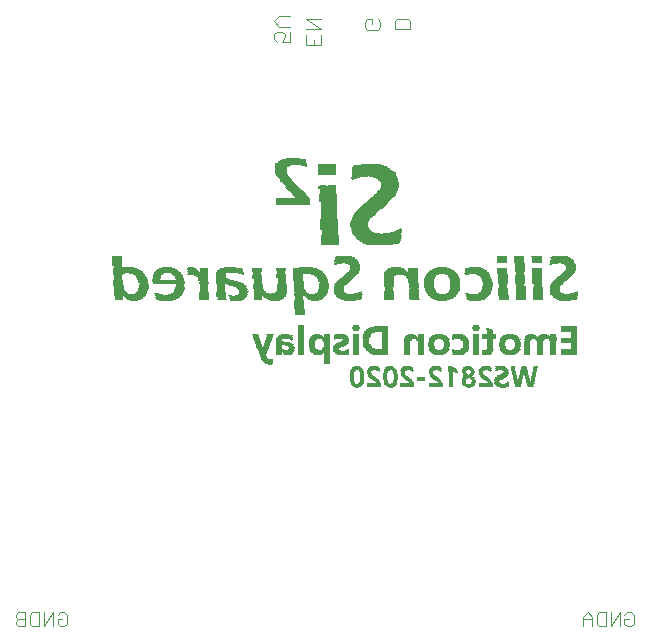
<source format=gbr>
G04 EAGLE Gerber RS-274X export*
G75*
%MOMM*%
%FSLAX34Y34*%
%LPD*%
%INSilkscreen Bottom*%
%IPPOS*%
%AMOC8*
5,1,8,0,0,1.08239X$1,22.5*%
G01*
%ADD10C,0.101600*%
%ADD11R,1.600200X0.076200*%
%ADD12R,1.447800X0.076200*%
%ADD13R,2.286000X0.076200*%
%ADD14R,2.971800X0.076200*%
%ADD15R,3.276600X0.076200*%
%ADD16R,3.429000X0.076200*%
%ADD17R,3.581400X0.076200*%
%ADD18R,3.657600X0.076200*%
%ADD19R,3.810000X0.076200*%
%ADD20R,3.886200X0.076200*%
%ADD21R,3.962400X0.076200*%
%ADD22R,4.038600X0.076200*%
%ADD23R,1.371600X0.076200*%
%ADD24R,4.114800X0.076200*%
%ADD25R,2.362200X0.076200*%
%ADD26R,1.905000X0.076200*%
%ADD27R,0.990600X0.076200*%
%ADD28R,1.752600X0.076200*%
%ADD29R,0.685800X0.076200*%
%ADD30R,1.676400X0.076200*%
%ADD31R,0.457200X0.076200*%
%ADD32R,0.304800X0.076200*%
%ADD33R,1.524000X0.076200*%
%ADD34R,0.076200X0.076200*%
%ADD35R,1.828800X0.076200*%
%ADD36R,1.981200X0.076200*%
%ADD37R,2.819400X0.076200*%
%ADD38R,1.143000X0.076200*%
%ADD39R,1.066800X0.076200*%
%ADD40R,0.533400X0.076200*%
%ADD41R,0.609600X0.076200*%
%ADD42R,0.228600X0.076200*%
%ADD43R,0.762000X0.076200*%
%ADD44R,1.295400X0.076200*%
%ADD45R,3.733800X0.076200*%
%ADD46R,3.505200X0.076200*%
%ADD47R,3.200400X0.076200*%
%ADD48R,3.048000X0.076200*%
%ADD49R,1.219200X0.076200*%
%ADD50R,0.152400X0.076200*%
%ADD51R,2.514600X0.076200*%
%ADD52R,2.667000X0.076200*%
%ADD53R,2.438400X0.076200*%
%ADD54R,2.209800X0.076200*%
%ADD55R,0.777238X0.043175*%
%ADD56R,0.777238X0.043181*%
%ADD57R,0.820419X0.043181*%
%ADD58R,0.820419X0.043175*%
%ADD59R,0.302256X0.043181*%
%ADD60R,0.604519X0.043181*%
%ADD61R,0.431800X0.043181*%
%ADD62R,0.345438X0.043181*%
%ADD63R,0.474981X0.043181*%
%ADD64R,0.474975X0.043181*%
%ADD65R,0.734056X0.043175*%
%ADD66R,1.165863X0.043175*%
%ADD67R,0.949956X0.043175*%
%ADD68R,0.734063X0.043175*%
%ADD69R,0.690881X0.043175*%
%ADD70R,1.079500X0.043175*%
%ADD71R,0.906775X0.043175*%
%ADD72R,1.036319X0.043175*%
%ADD73R,0.734056X0.043181*%
%ADD74R,0.993138X0.043181*%
%ADD75R,1.597656X0.043181*%
%ADD76R,1.122681X0.043181*%
%ADD77R,0.734063X0.043181*%
%ADD78R,1.079500X0.043181*%
%ADD79R,0.949956X0.043181*%
%ADD80R,1.468119X0.043181*%
%ADD81R,1.252219X0.043181*%
%ADD82R,1.381756X0.043181*%
%ADD83R,1.165856X0.043175*%
%ADD84R,1.727200X0.043175*%
%ADD85R,1.209037X0.043175*%
%ADD86R,1.252219X0.043175*%
%ADD87R,1.122681X0.043175*%
%ADD88R,1.424937X0.043175*%
%ADD89R,1.511300X0.043175*%
%ADD90R,1.770381X0.043175*%
%ADD91R,1.295400X0.043181*%
%ADD92R,1.813556X0.043181*%
%ADD93R,1.424937X0.043181*%
%ADD94R,1.856738X0.043181*%
%ADD95R,1.640838X0.043181*%
%ADD96R,1.899919X0.043181*%
%ADD97R,1.338575X0.043181*%
%ADD98R,1.511300X0.043181*%
%ADD99R,1.943100X0.043181*%
%ADD100R,1.770375X0.043181*%
%ADD101R,1.986275X0.043175*%
%ADD102R,1.381756X0.043175*%
%ADD103R,1.640838X0.043175*%
%ADD104R,1.468119X0.043175*%
%ADD105R,1.986281X0.043175*%
%ADD106R,1.899919X0.043175*%
%ADD107R,1.684019X0.043175*%
%ADD108R,2.072637X0.043181*%
%ADD109R,1.727200X0.043181*%
%ADD110R,2.029456X0.043181*%
%ADD111R,2.115819X0.043175*%
%ADD112R,1.813556X0.043175*%
%ADD113R,2.159000X0.043175*%
%ADD114R,1.856738X0.043175*%
%ADD115R,1.770381X0.043181*%
%ADD116R,2.115819X0.043181*%
%ADD117R,2.159000X0.043181*%
%ADD118R,2.245356X0.043181*%
%ADD119R,0.259081X0.043181*%
%ADD120R,1.036319X0.043181*%
%ADD121R,2.288537X0.043181*%
%ADD122R,2.202175X0.043181*%
%ADD123R,2.677156X0.043175*%
%ADD124R,2.202175X0.043175*%
%ADD125R,0.086356X0.043175*%
%ADD126R,0.863600X0.043175*%
%ADD127R,2.720338X0.043175*%
%ADD128R,2.633981X0.043175*%
%ADD129R,2.245363X0.043175*%
%ADD130R,2.374900X0.043175*%
%ADD131R,1.943100X0.043175*%
%ADD132R,2.245356X0.043175*%
%ADD133R,2.720338X0.043181*%
%ADD134R,0.647700X0.043181*%
%ADD135R,1.165856X0.043181*%
%ADD136R,2.677163X0.043181*%
%ADD137R,2.418075X0.043181*%
%ADD138R,1.986281X0.043181*%
%ADD139R,1.338581X0.043175*%
%ADD140R,0.388619X0.043175*%
%ADD141R,1.295400X0.043175*%
%ADD142R,0.993138X0.043175*%
%ADD143R,2.288537X0.043175*%
%ADD144R,0.518156X0.043175*%
%ADD145R,1.209037X0.043181*%
%ADD146R,1.165863X0.043181*%
%ADD147R,0.302262X0.043181*%
%ADD148R,0.086356X0.043181*%
%ADD149R,0.906781X0.043181*%
%ADD150R,0.906775X0.043181*%
%ADD151R,0.129537X0.043181*%
%ADD152R,0.906781X0.043175*%
%ADD153R,0.302262X0.043175*%
%ADD154R,0.259075X0.043175*%
%ADD155R,0.863600X0.043181*%
%ADD156R,0.690875X0.043181*%
%ADD157R,0.172719X0.043181*%
%ADD158R,0.949963X0.043175*%
%ADD159R,0.043181X0.043175*%
%ADD160R,0.043175X0.043175*%
%ADD161R,1.122675X0.043175*%
%ADD162R,2.202181X0.043181*%
%ADD163R,2.763519X0.043175*%
%ADD164R,2.763519X0.043181*%
%ADD165R,0.690881X0.043181*%
%ADD166R,0.690875X0.043175*%
%ADD167R,0.949963X0.043181*%
%ADD168R,1.122675X0.043181*%
%ADD169R,0.086363X0.043175*%
%ADD170R,0.172719X0.043175*%
%ADD171R,2.849881X0.043181*%
%ADD172R,0.302256X0.043175*%
%ADD173R,2.806700X0.043175*%
%ADD174R,0.647700X0.043175*%
%ADD175R,2.590800X0.043181*%
%ADD176R,2.806700X0.043181*%
%ADD177R,2.461263X0.043181*%
%ADD178R,2.547619X0.043181*%
%ADD179R,2.374900X0.043181*%
%ADD180R,1.986275X0.043181*%
%ADD181R,2.504438X0.043175*%
%ADD182R,2.202181X0.043175*%
%ADD183R,2.461256X0.043181*%
%ADD184R,2.418075X0.043175*%
%ADD185R,2.029456X0.043175*%
%ADD186R,2.331719X0.043181*%
%ADD187R,2.029463X0.043181*%
%ADD188R,1.554481X0.043175*%
%ADD189R,1.554475X0.043181*%
%ADD190R,1.554481X0.043181*%
%ADD191R,2.072637X0.043175*%
%ADD192R,1.554475X0.043175*%
%ADD193R,1.381763X0.043181*%
%ADD194R,0.518162X0.043181*%
%ADD195R,0.215900X0.043175*%
%ADD196R,0.129537X0.043175*%
%ADD197R,0.259081X0.043175*%
%ADD198R,0.345438X0.043175*%
%ADD199R,1.338575X0.043175*%
%ADD200R,0.391156X0.035556*%
%ADD201R,0.568963X0.035556*%
%ADD202R,0.533400X0.035556*%
%ADD203R,0.640081X0.035563*%
%ADD204R,0.533400X0.035563*%
%ADD205R,0.675638X0.035556*%
%ADD206R,0.746762X0.035556*%
%ADD207R,0.782319X0.035556*%
%ADD208R,0.817881X0.035556*%
%ADD209R,0.817881X0.035563*%
%ADD210R,0.853438X0.035556*%
%ADD211R,0.889000X0.035556*%
%ADD212R,0.924563X0.035556*%
%ADD213R,0.604519X0.035556*%
%ADD214R,0.106681X0.035556*%
%ADD215R,0.568956X0.035563*%
%ADD216R,0.035563X0.035563*%
%ADD217R,0.497838X0.035556*%
%ADD218R,0.320038X0.035563*%
%ADD219R,0.462275X0.035563*%
%ADD220R,0.426719X0.035563*%
%ADD221R,0.497838X0.035563*%
%ADD222R,0.817875X0.035556*%
%ADD223R,1.102356X0.035556*%
%ADD224R,0.711200X0.035556*%
%ADD225R,0.746756X0.035556*%
%ADD226R,0.640081X0.035556*%
%ADD227R,1.422400X0.035556*%
%ADD228R,0.568956X0.035556*%
%ADD229R,0.995681X0.035556*%
%ADD230R,1.280156X0.035556*%
%ADD231R,0.924556X0.035556*%
%ADD232R,0.960119X0.035556*%
%ADD233R,1.066800X0.035556*%
%ADD234R,1.386838X0.035556*%
%ADD235R,1.031238X0.035556*%
%ADD236R,1.137919X0.035556*%
%ADD237R,1.493519X0.035556*%
%ADD238R,0.675638X0.035563*%
%ADD239R,0.889000X0.035563*%
%ADD240R,0.960119X0.035563*%
%ADD241R,1.173481X0.035563*%
%ADD242R,1.564638X0.035563*%
%ADD243R,1.244600X0.035563*%
%ADD244R,1.137919X0.035563*%
%ADD245R,1.422400X0.035563*%
%ADD246R,1.529081X0.035556*%
%ADD247R,1.209037X0.035556*%
%ADD248R,1.600200X0.035556*%
%ADD249R,1.351281X0.035556*%
%ADD250R,1.173481X0.035556*%
%ADD251R,1.351275X0.035556*%
%ADD252R,1.564638X0.035556*%
%ADD253R,1.671319X0.035556*%
%ADD254R,1.244600X0.035556*%
%ADD255R,1.706875X0.035556*%
%ADD256R,1.457956X0.035556*%
%ADD257R,1.635756X0.035556*%
%ADD258R,1.742438X0.035556*%
%ADD259R,1.529075X0.035556*%
%ADD260R,0.817875X0.035563*%
%ADD261R,1.635756X0.035563*%
%ADD262R,0.604519X0.035563*%
%ADD263R,0.355600X0.035563*%
%ADD264R,1.778000X0.035563*%
%ADD265R,1.280156X0.035563*%
%ADD266R,0.213356X0.035556*%
%ADD267R,1.813556X0.035556*%
%ADD268R,0.248919X0.035556*%
%ADD269R,0.035563X0.035556*%
%ADD270R,1.849119X0.035556*%
%ADD271R,0.035556X0.035556*%
%ADD272R,0.426719X0.035556*%
%ADD273R,0.462281X0.035563*%
%ADD274R,0.746762X0.035563*%
%ADD275R,0.568963X0.035563*%
%ADD276R,0.462281X0.035556*%
%ADD277R,0.462275X0.035556*%
%ADD278R,0.640075X0.035556*%
%ADD279R,1.031238X0.035563*%
%ADD280R,0.995675X0.035556*%
%ADD281R,1.315719X0.035556*%
%ADD282R,0.995681X0.035563*%
%ADD283R,1.315719X0.035563*%
%ADD284R,0.035556X0.035563*%
%ADD285R,0.177800X0.035556*%
%ADD286R,1.635763X0.035556*%
%ADD287R,2.702556X0.035556*%
%ADD288R,1.671319X0.035563*%
%ADD289R,1.600200X0.035563*%
%ADD290R,1.529081X0.035563*%
%ADD291R,1.209037X0.035563*%
%ADD292R,2.702556X0.035563*%
%ADD293R,2.667000X0.035556*%
%ADD294R,0.320038X0.035556*%
%ADD295R,0.355600X0.035556*%
%ADD296R,1.920238X0.035556*%
%ADD297R,1.884675X0.035556*%
%ADD298R,0.391163X0.035556*%
%ADD299R,1.351281X0.035563*%
%ADD300R,0.071119X0.035556*%
%ADD301R,1.457956X0.035563*%
%ADD302R,0.391156X0.035563*%
%ADD303R,0.391163X0.035563*%
%ADD304R,0.381000X0.038100*%
%ADD305R,0.419100X0.038100*%
%ADD306R,0.495300X0.038100*%
%ADD307R,0.571500X0.038100*%
%ADD308R,1.143000X0.038100*%
%ADD309R,0.800100X0.038100*%
%ADD310R,0.457200X0.038100*%
%ADD311R,0.685800X0.038100*%
%ADD312R,0.723900X0.038100*%
%ADD313R,0.952500X0.038100*%
%ADD314R,0.762000X0.038100*%
%ADD315R,0.876300X0.038100*%
%ADD316R,0.990600X0.038100*%
%ADD317R,0.838200X0.038100*%
%ADD318R,1.066800X0.038100*%
%ADD319R,0.914400X0.038100*%
%ADD320R,1.028700X0.038100*%
%ADD321R,1.104900X0.038100*%
%ADD322R,0.533400X0.038100*%
%ADD323R,0.304800X0.038100*%
%ADD324R,0.342900X0.038100*%
%ADD325R,0.190500X0.038100*%
%ADD326R,0.609600X0.038100*%
%ADD327R,0.114300X0.038100*%
%ADD328R,0.647700X0.038100*%
%ADD329R,0.076200X0.038100*%
%ADD330R,0.038100X0.038100*%
%ADD331R,0.228600X0.038100*%
%ADD332R,0.152400X0.038100*%
%ADD333R,0.266700X0.038100*%


D10*
X295807Y626821D02*
X295807Y618008D01*
X289198Y618008D01*
X291401Y622414D01*
X291401Y624618D01*
X289198Y626821D01*
X284791Y626821D01*
X282588Y624618D01*
X282588Y620211D01*
X284791Y618008D01*
X286994Y631105D02*
X295807Y631105D01*
X286994Y631105D02*
X282588Y635512D01*
X286994Y639918D01*
X295807Y639918D01*
X322647Y624371D02*
X322647Y615558D01*
X309428Y615558D01*
X309428Y624371D01*
X316038Y619964D02*
X316038Y615558D01*
X309428Y628655D02*
X322647Y628655D01*
X309428Y637468D01*
X322647Y637468D01*
X370164Y637341D02*
X372367Y635138D01*
X372367Y630731D01*
X370164Y628528D01*
X361351Y628528D01*
X359148Y630731D01*
X359148Y635138D01*
X361351Y637341D01*
X365758Y637341D01*
X365758Y632934D01*
X384778Y629048D02*
X397997Y629048D01*
X384778Y629048D02*
X384778Y635658D01*
X386981Y637861D01*
X395794Y637861D01*
X397997Y635658D01*
X397997Y629048D01*
D11*
X371856Y445770D03*
D12*
X329946Y446532D03*
D13*
X372237Y446532D03*
D12*
X329946Y447294D03*
D14*
X373380Y447294D03*
D12*
X329946Y448056D03*
D15*
X373380Y448056D03*
D12*
X329946Y448818D03*
D16*
X372618Y448818D03*
D12*
X329946Y449580D03*
D17*
X371856Y449580D03*
D12*
X329946Y450342D03*
D18*
X371475Y450342D03*
D12*
X329946Y451104D03*
D19*
X371475Y451104D03*
D12*
X329946Y451866D03*
D20*
X371094Y451866D03*
D12*
X329946Y452628D03*
D21*
X370713Y452628D03*
D12*
X329946Y453390D03*
D22*
X370332Y453390D03*
D12*
X329946Y454152D03*
D22*
X370332Y454152D03*
D23*
X329565Y454914D03*
D24*
X369951Y454914D03*
D23*
X329565Y455676D03*
D25*
X360426Y455676D03*
D11*
X382524Y455676D03*
D23*
X329565Y456438D03*
D26*
X358140Y456438D03*
D27*
X385572Y456438D03*
D23*
X329565Y457200D03*
D28*
X357378Y457200D03*
D29*
X387096Y457200D03*
D23*
X329565Y457962D03*
D30*
X356235Y457962D03*
D31*
X388239Y457962D03*
D12*
X329184Y458724D03*
D11*
X355854Y458724D03*
D32*
X389001Y458724D03*
D12*
X329184Y459486D03*
D33*
X355473Y459486D03*
D34*
X390144Y459486D03*
D12*
X329184Y460248D03*
D11*
X355092Y460248D03*
D12*
X329184Y461010D03*
D33*
X354711Y461010D03*
D12*
X329184Y461772D03*
D33*
X354711Y461772D03*
D12*
X329184Y462534D03*
D33*
X354711Y462534D03*
D12*
X329184Y463296D03*
D33*
X354711Y463296D03*
D12*
X329184Y464058D03*
D33*
X354711Y464058D03*
D12*
X329184Y464820D03*
D33*
X354711Y464820D03*
D12*
X329184Y465582D03*
D11*
X355092Y465582D03*
D12*
X329184Y466344D03*
D33*
X355473Y466344D03*
D12*
X329184Y467106D03*
D11*
X355854Y467106D03*
D23*
X328803Y467868D03*
D11*
X355854Y467868D03*
D23*
X328803Y468630D03*
D11*
X356616Y468630D03*
D23*
X328803Y469392D03*
D30*
X356997Y469392D03*
D23*
X328803Y470154D03*
D30*
X357759Y470154D03*
D23*
X328803Y470916D03*
D35*
X358521Y470916D03*
D23*
X328803Y471678D03*
D35*
X359283Y471678D03*
D23*
X328803Y472440D03*
D26*
X359664Y472440D03*
D23*
X328803Y473202D03*
D26*
X360426Y473202D03*
D23*
X328803Y473964D03*
D26*
X361188Y473964D03*
D23*
X328803Y474726D03*
D26*
X361950Y474726D03*
D23*
X328803Y475488D03*
D26*
X362712Y475488D03*
D23*
X328803Y476250D03*
D26*
X363474Y476250D03*
D23*
X328803Y477012D03*
D36*
X364617Y477012D03*
D23*
X328803Y477774D03*
D36*
X365379Y477774D03*
D23*
X328803Y478536D03*
D36*
X366141Y478536D03*
D23*
X328803Y479298D03*
D36*
X366903Y479298D03*
D37*
X298704Y480060D03*
D23*
X328803Y480060D03*
D36*
X367665Y480060D03*
D37*
X298704Y480822D03*
D23*
X328803Y480822D03*
D36*
X368427Y480822D03*
D37*
X298704Y481584D03*
D23*
X328803Y481584D03*
D26*
X369570Y481584D03*
D37*
X298704Y482346D03*
D12*
X328422Y482346D03*
D26*
X370332Y482346D03*
D37*
X298704Y483108D03*
D12*
X328422Y483108D03*
D26*
X371094Y483108D03*
D37*
X298704Y483870D03*
D12*
X328422Y483870D03*
D26*
X371856Y483870D03*
D37*
X298704Y484632D03*
D12*
X328422Y484632D03*
D26*
X372618Y484632D03*
D37*
X298704Y485394D03*
D12*
X328422Y485394D03*
D26*
X373380Y485394D03*
D38*
X306324Y486156D03*
D12*
X328422Y486156D03*
D26*
X374142Y486156D03*
D38*
X305562Y486918D03*
D12*
X328422Y486918D03*
D35*
X375285Y486918D03*
D38*
X304800Y487680D03*
D12*
X328422Y487680D03*
D35*
X376047Y487680D03*
D38*
X304038Y488442D03*
D12*
X328422Y488442D03*
D35*
X376809Y488442D03*
D38*
X303276Y489204D03*
D23*
X328041Y489204D03*
D28*
X377190Y489204D03*
D38*
X302514Y489966D03*
D23*
X328041Y489966D03*
D28*
X377952Y489966D03*
D38*
X301752Y490728D03*
D23*
X328041Y490728D03*
D30*
X378333Y490728D03*
D38*
X300990Y491490D03*
D23*
X328041Y491490D03*
D30*
X379095Y491490D03*
D38*
X300228Y492252D03*
D23*
X328041Y492252D03*
D11*
X379476Y492252D03*
D38*
X299466Y493014D03*
D23*
X328041Y493014D03*
D33*
X379857Y493014D03*
D38*
X298704Y493776D03*
D12*
X327660Y493776D03*
D33*
X379857Y493776D03*
D38*
X297942Y494538D03*
D12*
X327660Y494538D03*
D33*
X380619Y494538D03*
D39*
X297561Y495300D03*
D12*
X327660Y495300D03*
D33*
X380619Y495300D03*
D39*
X296799Y496062D03*
D40*
X323850Y496062D03*
D41*
X331851Y496062D03*
D33*
X380619Y496062D03*
D39*
X296037Y496824D03*
D33*
X380619Y496824D03*
D39*
X295275Y497586D03*
D33*
X380619Y497586D03*
D39*
X294513Y498348D03*
D33*
X380619Y498348D03*
D39*
X293751Y499110D03*
D11*
X380238Y499110D03*
D39*
X292989Y499872D03*
D11*
X379476Y499872D03*
D27*
X292608Y500634D03*
D30*
X379095Y500634D03*
D39*
X292227Y501396D03*
D42*
X348996Y501396D03*
D28*
X378714Y501396D03*
D39*
X291465Y502158D03*
D31*
X350139Y502158D03*
D35*
X378333Y502158D03*
D39*
X290703Y502920D03*
D43*
X351663Y502920D03*
D36*
X376809Y502920D03*
D27*
X290322Y503682D03*
D44*
X355092Y503682D03*
D25*
X374904Y503682D03*
D27*
X289560Y504444D03*
D45*
X367284Y504444D03*
D27*
X289560Y505206D03*
D12*
X327660Y505206D03*
D45*
X367284Y505206D03*
D27*
X288798Y505968D03*
D12*
X327660Y505968D03*
D18*
X366903Y505968D03*
D27*
X288798Y506730D03*
D12*
X327660Y506730D03*
D18*
X366903Y506730D03*
D27*
X288036Y507492D03*
D12*
X327660Y507492D03*
D17*
X366522Y507492D03*
D27*
X288036Y508254D03*
D12*
X327660Y508254D03*
D46*
X366141Y508254D03*
D27*
X288036Y509016D03*
D12*
X327660Y509016D03*
D16*
X365760Y509016D03*
D27*
X288036Y509778D03*
D12*
X327660Y509778D03*
D15*
X364998Y509778D03*
D39*
X288417Y510540D03*
D12*
X327660Y510540D03*
D47*
X364617Y510540D03*
D39*
X288417Y511302D03*
D12*
X327660Y511302D03*
D48*
X363855Y511302D03*
D49*
X289179Y512064D03*
D50*
X309753Y512064D03*
D12*
X327660Y512064D03*
D37*
X363474Y512064D03*
D23*
X289941Y512826D03*
D40*
X307848Y512826D03*
D12*
X327660Y512826D03*
D51*
X362712Y512826D03*
D52*
X297180Y513588D03*
D12*
X327660Y513588D03*
D28*
X364236Y513588D03*
D52*
X297180Y514350D03*
D51*
X297180Y515112D03*
D53*
X297561Y515874D03*
D25*
X297942Y516636D03*
D54*
X298704Y517398D03*
D36*
X299085Y518160D03*
D49*
X298323Y518922D03*
D55*
X304355Y386893D03*
D56*
X304355Y387325D03*
X304355Y387756D03*
D55*
X304355Y388188D03*
D56*
X304355Y388620D03*
D55*
X304355Y389052D03*
D56*
X304355Y389484D03*
X304355Y389915D03*
D55*
X304355Y390347D03*
D57*
X304140Y390779D03*
D58*
X304140Y391211D03*
D56*
X303924Y391643D03*
X303924Y392074D03*
D55*
X303924Y392506D03*
D56*
X303924Y392938D03*
D55*
X303924Y393370D03*
D56*
X303924Y393802D03*
X303924Y394233D03*
D55*
X303924Y394665D03*
D56*
X303924Y395097D03*
D55*
X303924Y395529D03*
D56*
X303924Y395961D03*
X303924Y396392D03*
D55*
X303924Y396824D03*
D56*
X303924Y397256D03*
D55*
X303924Y397688D03*
D56*
X303924Y398120D03*
D59*
X164236Y398551D03*
D60*
X191656Y398551D03*
D61*
X250380Y398551D03*
D62*
X283197Y398551D03*
D56*
X303924Y398551D03*
D59*
X317094Y398551D03*
D63*
X346024Y398551D03*
D61*
X425259Y398551D03*
X452895Y398551D03*
D64*
X528676Y398551D03*
D65*
X164236Y398983D03*
D66*
X191440Y398983D03*
D67*
X250380Y398983D03*
D58*
X282981Y398983D03*
D68*
X303708Y398983D03*
D69*
X316878Y398983D03*
D70*
X346456Y398983D03*
D71*
X425044Y398983D03*
D72*
X452895Y398983D03*
D70*
X529107Y398983D03*
D73*
X150851Y399415D03*
D74*
X164236Y399415D03*
D75*
X191008Y399415D03*
D56*
X223609Y399415D03*
X238290Y399415D03*
D76*
X250812Y399415D03*
D77*
X269164Y399415D03*
D78*
X282981Y399415D03*
D77*
X303708Y399415D03*
D79*
X316878Y399415D03*
D80*
X347104Y399415D03*
D57*
X380136Y399415D03*
D56*
X401510Y399415D03*
D81*
X425044Y399415D03*
D82*
X452895Y399415D03*
D57*
X476860Y399415D03*
D56*
X491757Y399415D03*
D57*
X506222Y399415D03*
D80*
X529755Y399415D03*
D65*
X150851Y399847D03*
D83*
X164236Y399847D03*
D84*
X191224Y399847D03*
D55*
X223609Y399847D03*
X238290Y399847D03*
D85*
X251244Y399847D03*
D68*
X269164Y399847D03*
D86*
X282981Y399847D03*
D68*
X303708Y399847D03*
D87*
X316878Y399847D03*
D84*
X347535Y399847D03*
D58*
X380136Y399847D03*
D55*
X401510Y399847D03*
D88*
X425044Y399847D03*
D89*
X453111Y399847D03*
D58*
X476860Y399847D03*
D55*
X491757Y399847D03*
D58*
X506222Y399847D03*
D90*
X530403Y399847D03*
D73*
X150851Y400279D03*
D91*
X164452Y400279D03*
D92*
X191656Y400279D03*
D56*
X223609Y400279D03*
D73*
X238074Y400279D03*
D81*
X251460Y400279D03*
D77*
X269164Y400279D03*
D93*
X282981Y400279D03*
D77*
X303708Y400279D03*
D81*
X317094Y400279D03*
D94*
X347320Y400279D03*
D57*
X380136Y400279D03*
X401295Y400279D03*
D95*
X425259Y400279D03*
D75*
X453542Y400279D03*
D57*
X476860Y400279D03*
D56*
X491757Y400279D03*
D57*
X506222Y400279D03*
D94*
X529971Y400279D03*
D73*
X150851Y400710D03*
D93*
X164236Y400710D03*
D96*
X192087Y400710D03*
D56*
X223609Y400710D03*
D73*
X238074Y400710D03*
D97*
X251460Y400710D03*
D77*
X269164Y400710D03*
D98*
X282981Y400710D03*
D77*
X303708Y400710D03*
D82*
X316878Y400710D03*
D99*
X346888Y400710D03*
D56*
X379920Y400710D03*
D57*
X401295Y400710D03*
D100*
X425044Y400710D03*
D95*
X453758Y400710D03*
D57*
X476860Y400710D03*
D56*
X491757Y400710D03*
D57*
X506222Y400710D03*
D99*
X529539Y400710D03*
D65*
X150851Y401142D03*
D89*
X164236Y401142D03*
D101*
X192087Y401142D03*
D55*
X223609Y401142D03*
D65*
X238074Y401142D03*
D102*
X251676Y401142D03*
D68*
X269164Y401142D03*
D103*
X282765Y401142D03*
D68*
X303708Y401142D03*
D104*
X316878Y401142D03*
D105*
X346672Y401142D03*
D55*
X379920Y401142D03*
D58*
X401295Y401142D03*
D106*
X425259Y401142D03*
D107*
X453974Y401142D03*
D58*
X476860Y401142D03*
D55*
X491757Y401142D03*
D58*
X506222Y401142D03*
D105*
X529323Y401142D03*
D73*
X150851Y401574D03*
D75*
X164236Y401574D03*
D108*
X192519Y401574D03*
D56*
X223609Y401574D03*
D73*
X238074Y401574D03*
D93*
X251892Y401574D03*
D77*
X269164Y401574D03*
D109*
X282765Y401574D03*
D77*
X303708Y401574D03*
D75*
X317094Y401574D03*
D108*
X346240Y401574D03*
D56*
X379920Y401574D03*
D57*
X401295Y401574D03*
D110*
X425044Y401574D03*
D100*
X454406Y401574D03*
D57*
X476860Y401574D03*
D56*
X491757Y401574D03*
D57*
X506222Y401574D03*
D110*
X529107Y401574D03*
D65*
X150851Y402006D03*
D84*
X164452Y402006D03*
D111*
X192735Y402006D03*
D55*
X223609Y402006D03*
D65*
X238074Y402006D03*
D104*
X252108Y402006D03*
D68*
X269164Y402006D03*
D112*
X282765Y402006D03*
D68*
X303708Y402006D03*
D107*
X317094Y402006D03*
D111*
X346024Y402006D03*
D55*
X379920Y402006D03*
D58*
X401295Y402006D03*
D113*
X425259Y402006D03*
D114*
X454406Y402006D03*
D58*
X476860Y402006D03*
D55*
X491757Y402006D03*
D58*
X506222Y402006D03*
D111*
X528676Y402006D03*
D73*
X150851Y402438D03*
D115*
X164236Y402438D03*
D116*
X192735Y402438D03*
D56*
X223609Y402438D03*
X237858Y402438D03*
D98*
X251892Y402438D03*
D77*
X269164Y402438D03*
D94*
X282981Y402438D03*
D77*
X303708Y402438D03*
D109*
X316878Y402438D03*
D117*
X345808Y402438D03*
D56*
X379920Y402438D03*
X401079Y402438D03*
D118*
X425259Y402438D03*
D96*
X454622Y402438D03*
D57*
X476860Y402438D03*
X491541Y402438D03*
X506222Y402438D03*
D116*
X528676Y402438D03*
D73*
X150851Y402869D03*
D94*
X164236Y402869D03*
D117*
X192951Y402869D03*
D56*
X223609Y402869D03*
X237858Y402869D03*
D119*
X245631Y402869D03*
D120*
X254698Y402869D03*
D77*
X269164Y402869D03*
D96*
X282765Y402869D03*
D77*
X303708Y402869D03*
D92*
X316878Y402869D03*
D117*
X345808Y402869D03*
D56*
X379920Y402869D03*
X401079Y402869D03*
D121*
X425044Y402869D03*
D96*
X454622Y402869D03*
D57*
X476860Y402869D03*
X491541Y402869D03*
X506222Y402869D03*
D122*
X528676Y402869D03*
D123*
X160566Y403301D03*
D124*
X193167Y403301D03*
D55*
X223609Y403301D03*
X237858Y403301D03*
D125*
X244767Y403301D03*
D126*
X255562Y403301D03*
D127*
X279095Y403301D03*
D128*
X313207Y403301D03*
D129*
X345808Y403301D03*
D55*
X379920Y403301D03*
X401079Y403301D03*
D130*
X425044Y403301D03*
D131*
X454838Y403301D03*
D55*
X476644Y403301D03*
D58*
X491541Y403301D03*
D55*
X506006Y403301D03*
D132*
X528460Y403301D03*
D133*
X160782Y403733D03*
D134*
X184963Y403733D03*
D135*
X198780Y403733D03*
D56*
X223609Y403733D03*
X237858Y403733D03*
D57*
X256210Y403733D03*
D133*
X279095Y403733D03*
D136*
X313423Y403733D03*
D121*
X345592Y403733D03*
D56*
X379920Y403733D03*
X401079Y403733D03*
D137*
X425259Y403733D03*
D138*
X455054Y403733D03*
D56*
X476644Y403733D03*
X491325Y403733D03*
X506006Y403733D03*
D121*
X528244Y403733D03*
D139*
X153873Y404165D03*
D83*
X168554Y404165D03*
D140*
X183667Y404165D03*
D72*
X199860Y404165D03*
D55*
X223609Y404165D03*
X237858Y404165D03*
X256426Y404165D03*
D127*
X279095Y404165D03*
D141*
X306514Y404165D03*
D142*
X321843Y404165D03*
D143*
X345592Y404165D03*
D55*
X379920Y404165D03*
X401079Y404165D03*
D72*
X417919Y404165D03*
X432600Y404165D03*
D144*
X447713Y404165D03*
D86*
X458724Y404165D03*
D55*
X476644Y404165D03*
X491325Y404165D03*
X506006Y404165D03*
D143*
X528244Y404165D03*
D145*
X153225Y404597D03*
D120*
X169634Y404597D03*
D119*
X183020Y404597D03*
D79*
X200292Y404597D03*
D56*
X223609Y404597D03*
X237858Y404597D03*
D73*
X256642Y404597D03*
D93*
X272618Y404597D03*
D91*
X286652Y404597D03*
D146*
X305867Y404597D03*
D79*
X322491Y404597D03*
D78*
X339115Y404597D03*
D60*
X354012Y404597D03*
D56*
X379920Y404597D03*
X401079Y404597D03*
D74*
X417271Y404597D03*
D79*
X433032Y404597D03*
D147*
X446202Y404597D03*
D78*
X460019Y404597D03*
D56*
X476644Y404597D03*
X491325Y404597D03*
X506006Y404597D03*
D76*
X521983Y404597D03*
D60*
X536664Y404597D03*
D76*
X152794Y405028D03*
D79*
X170066Y405028D03*
D148*
X182156Y405028D03*
D149*
X200939Y405028D03*
D56*
X223609Y405028D03*
X237858Y405028D03*
D73*
X256642Y405028D03*
D145*
X271539Y405028D03*
D78*
X287731Y405028D03*
D76*
X305651Y405028D03*
D150*
X322707Y405028D03*
D74*
X338684Y405028D03*
D61*
X354876Y405028D03*
D56*
X379920Y405028D03*
X401079Y405028D03*
D150*
X416408Y405028D03*
X433680Y405028D03*
D151*
X445338Y405028D03*
D74*
X460883Y405028D03*
D56*
X476644Y405028D03*
X491325Y405028D03*
X506006Y405028D03*
D74*
X521335Y405028D03*
D61*
X537527Y405028D03*
D70*
X152578Y405460D03*
D71*
X170282Y405460D03*
D126*
X201155Y405460D03*
D55*
X223609Y405460D03*
X237858Y405460D03*
D65*
X256642Y405460D03*
D70*
X270891Y405460D03*
D142*
X288163Y405460D03*
D72*
X305219Y405460D03*
D58*
X323139Y405460D03*
D152*
X338252Y405460D03*
D153*
X355524Y405460D03*
D55*
X379920Y405460D03*
X401079Y405460D03*
D126*
X416192Y405460D03*
D152*
X434111Y405460D03*
D67*
X461099Y405460D03*
D55*
X476644Y405460D03*
X491325Y405460D03*
X506006Y405460D03*
D152*
X520903Y405460D03*
D154*
X538391Y405460D03*
D74*
X152146Y405892D03*
D155*
X170929Y405892D03*
X201587Y405892D03*
D56*
X223609Y405892D03*
D73*
X237642Y405892D03*
D156*
X256857Y405892D03*
D120*
X270675Y405892D03*
D149*
X288595Y405892D03*
D74*
X305003Y405892D03*
D57*
X323571Y405892D03*
D150*
X337820Y405892D03*
D157*
X356171Y405892D03*
D56*
X379920Y405892D03*
X401079Y405892D03*
D155*
X415760Y405892D03*
X434327Y405892D03*
D149*
X461315Y405892D03*
D56*
X476644Y405892D03*
X491325Y405892D03*
X506006Y405892D03*
D149*
X520471Y405892D03*
D157*
X538823Y405892D03*
D142*
X152146Y406324D03*
D58*
X171145Y406324D03*
X201803Y406324D03*
D65*
X223393Y406324D03*
X237642Y406324D03*
D55*
X256857Y406324D03*
D158*
X270243Y406324D03*
D126*
X288811Y406324D03*
D142*
X304571Y406324D03*
D58*
X323571Y406324D03*
D126*
X337604Y406324D03*
D159*
X356819Y406324D03*
D55*
X379920Y406324D03*
X401079Y406324D03*
D58*
X415544Y406324D03*
D126*
X434759Y406324D03*
X461962Y406324D03*
D55*
X476644Y406324D03*
X491325Y406324D03*
X506006Y406324D03*
D126*
X520255Y406324D03*
D160*
X539471Y406324D03*
D79*
X151930Y406756D03*
D57*
X171145Y406756D03*
D56*
X202019Y406756D03*
D73*
X223393Y406756D03*
X237642Y406756D03*
X256642Y406756D03*
D149*
X270027Y406756D03*
D57*
X289027Y406756D03*
D79*
X304355Y406756D03*
D56*
X323786Y406756D03*
D155*
X337604Y406756D03*
D56*
X379920Y406756D03*
X401079Y406756D03*
D57*
X415112Y406756D03*
X434975Y406756D03*
D155*
X461962Y406756D03*
D56*
X476644Y406756D03*
X491325Y406756D03*
X506006Y406756D03*
D155*
X520255Y406756D03*
D149*
X151714Y407187D03*
D57*
X171577Y407187D03*
X202235Y407187D03*
D73*
X223393Y407187D03*
X237642Y407187D03*
X256642Y407187D03*
D149*
X270027Y407187D03*
D57*
X289027Y407187D03*
D79*
X304355Y407187D03*
D56*
X324218Y407187D03*
D57*
X337388Y407187D03*
D73*
X379705Y407187D03*
D56*
X401079Y407187D03*
D57*
X415112Y407187D03*
D56*
X435191Y407187D03*
D57*
X462178Y407187D03*
D56*
X476644Y407187D03*
X491325Y407187D03*
X506006Y407187D03*
D57*
X520040Y407187D03*
D126*
X151498Y407619D03*
D58*
X171577Y407619D03*
D55*
X202451Y407619D03*
D65*
X223393Y407619D03*
X237642Y407619D03*
X256642Y407619D03*
D126*
X269811Y407619D03*
D58*
X289027Y407619D03*
D71*
X304140Y407619D03*
D55*
X324218Y407619D03*
D58*
X337388Y407619D03*
D65*
X379705Y407619D03*
D55*
X401079Y407619D03*
D58*
X414680Y407619D03*
X435407Y407619D03*
X462610Y407619D03*
D55*
X476644Y407619D03*
X491325Y407619D03*
X506006Y407619D03*
D58*
X520040Y407619D03*
D155*
X151498Y408051D03*
D56*
X171793Y408051D03*
X202451Y408051D03*
D73*
X223393Y408051D03*
X237642Y408051D03*
D56*
X256426Y408051D03*
D57*
X269596Y408051D03*
D56*
X289242Y408051D03*
D150*
X304140Y408051D03*
D56*
X324218Y408051D03*
D155*
X337172Y408051D03*
D73*
X379705Y408051D03*
D56*
X401079Y408051D03*
D57*
X414680Y408051D03*
D56*
X435623Y408051D03*
D57*
X462610Y408051D03*
D56*
X476644Y408051D03*
X491325Y408051D03*
X506006Y408051D03*
D57*
X520040Y408051D03*
D58*
X151282Y408483D03*
D55*
X171793Y408483D03*
X202882Y408483D03*
D65*
X223393Y408483D03*
X237642Y408483D03*
D58*
X256210Y408483D03*
X269596Y408483D03*
D55*
X289242Y408483D03*
D126*
X303924Y408483D03*
D65*
X324434Y408483D03*
D126*
X337172Y408483D03*
D65*
X379705Y408483D03*
D68*
X400863Y408483D03*
D55*
X414464Y408483D03*
X435623Y408483D03*
D58*
X462610Y408483D03*
D55*
X476644Y408483D03*
X491325Y408483D03*
X506006Y408483D03*
D58*
X520040Y408483D03*
D57*
X151282Y408915D03*
D56*
X171793Y408915D03*
X202882Y408915D03*
D73*
X223393Y408915D03*
X237642Y408915D03*
D57*
X255778Y408915D03*
X269164Y408915D03*
D56*
X289242Y408915D03*
D155*
X303924Y408915D03*
D56*
X324650Y408915D03*
D57*
X337388Y408915D03*
D73*
X379705Y408915D03*
D77*
X400863Y408915D03*
D56*
X414464Y408915D03*
X435623Y408915D03*
X462826Y408915D03*
X476644Y408915D03*
X491325Y408915D03*
X506006Y408915D03*
D57*
X520040Y408915D03*
X151282Y409346D03*
D56*
X172225Y409346D03*
X202882Y409346D03*
D73*
X223393Y409346D03*
X237642Y409346D03*
D155*
X255562Y409346D03*
D57*
X269164Y409346D03*
D56*
X289242Y409346D03*
D57*
X303708Y409346D03*
D56*
X324650Y409346D03*
D57*
X337388Y409346D03*
D73*
X379705Y409346D03*
D77*
X400863Y409346D03*
D57*
X414249Y409346D03*
D56*
X436054Y409346D03*
X462826Y409346D03*
X476644Y409346D03*
X491325Y409346D03*
X506006Y409346D03*
D57*
X520040Y409346D03*
D55*
X151066Y409778D03*
X172225Y409778D03*
X202882Y409778D03*
D65*
X223393Y409778D03*
X237642Y409778D03*
D152*
X254914Y409778D03*
D58*
X269164Y409778D03*
D55*
X289242Y409778D03*
D58*
X303708Y409778D03*
D55*
X324650Y409778D03*
D58*
X337388Y409778D03*
D65*
X379705Y409778D03*
D55*
X400647Y409778D03*
X414033Y409778D03*
X436054Y409778D03*
D58*
X463042Y409778D03*
D68*
X476428Y409778D03*
D55*
X491325Y409778D03*
X506006Y409778D03*
D58*
X520040Y409778D03*
D57*
X150851Y410210D03*
D56*
X172225Y410210D03*
D73*
X203098Y410210D03*
X223393Y410210D03*
X237642Y410210D03*
D74*
X254051Y410210D03*
D57*
X269164Y410210D03*
D56*
X289242Y410210D03*
D57*
X303708Y410210D03*
D56*
X324650Y410210D03*
D155*
X337604Y410210D03*
D73*
X379705Y410210D03*
D56*
X400647Y410210D03*
X414033Y410210D03*
X436054Y410210D03*
D57*
X463042Y410210D03*
D77*
X476428Y410210D03*
D56*
X491325Y410210D03*
D73*
X505790Y410210D03*
D155*
X520255Y410210D03*
D58*
X150851Y410642D03*
D55*
X172225Y410642D03*
D65*
X203098Y410642D03*
X223393Y410642D03*
X237642Y410642D03*
D161*
X253403Y410642D03*
D55*
X268948Y410642D03*
X289242Y410642D03*
D58*
X303708Y410642D03*
D55*
X324650Y410642D03*
D71*
X337820Y410642D03*
D55*
X379489Y410642D03*
X400647Y410642D03*
X414033Y410642D03*
X436054Y410642D03*
X463258Y410642D03*
D68*
X476428Y410642D03*
D55*
X491325Y410642D03*
D65*
X505790Y410642D03*
D152*
X520471Y410642D03*
D57*
X150851Y411074D03*
D56*
X172225Y411074D03*
D73*
X203098Y411074D03*
X223393Y411074D03*
X237642Y411074D03*
D145*
X252539Y411074D03*
D56*
X268948Y411074D03*
X289242Y411074D03*
D57*
X303708Y411074D03*
D56*
X324650Y411074D03*
D155*
X338036Y411074D03*
D56*
X379489Y411074D03*
X400647Y411074D03*
X414033Y411074D03*
X436054Y411074D03*
X463258Y411074D03*
D77*
X476428Y411074D03*
D73*
X491109Y411074D03*
X505790Y411074D03*
D155*
X520687Y411074D03*
D56*
X150635Y411505D03*
X172225Y411505D03*
D73*
X203098Y411505D03*
X223393Y411505D03*
X237642Y411505D03*
D97*
X251460Y411505D03*
D56*
X268948Y411505D03*
X289242Y411505D03*
X303492Y411505D03*
X324650Y411505D03*
D149*
X338252Y411505D03*
D56*
X379489Y411505D03*
X400647Y411505D03*
X413601Y411505D03*
X436054Y411505D03*
X463258Y411505D03*
D77*
X476428Y411505D03*
D73*
X491109Y411505D03*
X505790Y411505D03*
D149*
X520903Y411505D03*
D55*
X150635Y411937D03*
X172225Y411937D03*
D65*
X203098Y411937D03*
X223393Y411937D03*
X237642Y411937D03*
D88*
X250596Y411937D03*
D55*
X268948Y411937D03*
X289242Y411937D03*
X303492Y411937D03*
X324650Y411937D03*
D67*
X338468Y411937D03*
D55*
X379489Y411937D03*
X400647Y411937D03*
X413601Y411937D03*
X436054Y411937D03*
X463258Y411937D03*
D68*
X476428Y411937D03*
D65*
X491109Y411937D03*
X505790Y411937D03*
D71*
X521335Y411937D03*
D56*
X150635Y412369D03*
D77*
X172009Y412369D03*
D73*
X203098Y412369D03*
X223393Y412369D03*
X237642Y412369D03*
D93*
X249733Y412369D03*
D56*
X268948Y412369D03*
D73*
X289027Y412369D03*
D56*
X303492Y412369D03*
X324650Y412369D03*
D79*
X338899Y412369D03*
D56*
X379489Y412369D03*
X400647Y412369D03*
X413601Y412369D03*
X436054Y412369D03*
X463258Y412369D03*
D77*
X476428Y412369D03*
D73*
X491109Y412369D03*
X505790Y412369D03*
D74*
X521767Y412369D03*
D55*
X150635Y412801D03*
D68*
X172009Y412801D03*
D55*
X202882Y412801D03*
X223177Y412801D03*
D65*
X237642Y412801D03*
D104*
X249085Y412801D03*
D65*
X268732Y412801D03*
X289027Y412801D03*
D55*
X303492Y412801D03*
X324650Y412801D03*
D142*
X339547Y412801D03*
D55*
X379489Y412801D03*
X400647Y412801D03*
X413601Y412801D03*
X436054Y412801D03*
X463258Y412801D03*
X476212Y412801D03*
D65*
X491109Y412801D03*
D55*
X505574Y412801D03*
D142*
X522199Y412801D03*
D56*
X150635Y413233D03*
D77*
X172009Y413233D03*
D133*
X193167Y413233D03*
D56*
X223177Y413233D03*
D162*
X244551Y413233D03*
D73*
X268732Y413233D03*
X289027Y413233D03*
D56*
X303492Y413233D03*
D73*
X324434Y413233D03*
D120*
X339763Y413233D03*
D56*
X379489Y413233D03*
X400647Y413233D03*
X413601Y413233D03*
X436054Y413233D03*
X463258Y413233D03*
X476212Y413233D03*
X490893Y413233D03*
X505574Y413233D03*
D120*
X522414Y413233D03*
D56*
X150635Y413664D03*
D77*
X172009Y413664D03*
D133*
X193167Y413664D03*
D56*
X223177Y413664D03*
D116*
X244119Y413664D03*
D73*
X268732Y413664D03*
X289027Y413664D03*
D56*
X303492Y413664D03*
D73*
X324434Y413664D03*
D120*
X340195Y413664D03*
D56*
X379489Y413664D03*
D57*
X400431Y413664D03*
D56*
X413601Y413664D03*
X436054Y413664D03*
X463258Y413664D03*
X476212Y413664D03*
X490893Y413664D03*
X505574Y413664D03*
D120*
X522846Y413664D03*
D55*
X150635Y414096D03*
X171793Y414096D03*
D127*
X193167Y414096D03*
D55*
X223177Y414096D03*
D105*
X243472Y414096D03*
D65*
X268732Y414096D03*
X289027Y414096D03*
D55*
X303492Y414096D03*
D65*
X324434Y414096D03*
D72*
X340627Y414096D03*
D55*
X379489Y414096D03*
D58*
X400431Y414096D03*
D55*
X413601Y414096D03*
X436054Y414096D03*
X463258Y414096D03*
X476212Y414096D03*
X490893Y414096D03*
X505574Y414096D03*
D72*
X523278Y414096D03*
D56*
X150635Y414528D03*
X171793Y414528D03*
D133*
X193167Y414528D03*
D73*
X222961Y414528D03*
D94*
X242824Y414528D03*
D73*
X268732Y414528D03*
X289027Y414528D03*
D56*
X303492Y414528D03*
X324218Y414528D03*
D120*
X341058Y414528D03*
D56*
X379489Y414528D03*
D57*
X400431Y414528D03*
D56*
X413601Y414528D03*
X436054Y414528D03*
X462826Y414528D03*
X476212Y414528D03*
X490893Y414528D03*
X505574Y414528D03*
D120*
X523710Y414528D03*
D55*
X150635Y414960D03*
X171793Y414960D03*
D163*
X192951Y414960D03*
D65*
X222961Y414960D03*
D107*
X241960Y414960D03*
D65*
X268732Y414960D03*
X289027Y414960D03*
D58*
X303276Y414960D03*
D55*
X324218Y414960D03*
D72*
X341490Y414960D03*
D55*
X379489Y414960D03*
D58*
X400431Y414960D03*
D55*
X413601Y414960D03*
X436054Y414960D03*
X462826Y414960D03*
X476212Y414960D03*
X490893Y414960D03*
X505574Y414960D03*
D72*
X524142Y414960D03*
D56*
X150635Y415392D03*
D73*
X171577Y415392D03*
D164*
X192951Y415392D03*
D56*
X222745Y415392D03*
D98*
X241097Y415392D03*
D73*
X268732Y415392D03*
X289027Y415392D03*
D56*
X303060Y415392D03*
D57*
X324002Y415392D03*
D120*
X341922Y415392D03*
D56*
X379489Y415392D03*
X400215Y415392D03*
X413601Y415392D03*
D57*
X435839Y415392D03*
D56*
X462826Y415392D03*
X476212Y415392D03*
X490893Y415392D03*
X505574Y415392D03*
D120*
X524573Y415392D03*
D77*
X150419Y415823D03*
D56*
X171361Y415823D03*
D133*
X192735Y415823D03*
D56*
X222745Y415823D03*
D82*
X240449Y415823D03*
D73*
X268732Y415823D03*
X289027Y415823D03*
D56*
X303060Y415823D03*
X323786Y415823D03*
D120*
X342354Y415823D03*
D56*
X379489Y415823D03*
D57*
X399999Y415823D03*
D56*
X414033Y415823D03*
X435623Y415823D03*
X462826Y415823D03*
X476212Y415823D03*
X490893Y415823D03*
X505574Y415823D03*
D78*
X525221Y415823D03*
D68*
X150419Y416255D03*
D55*
X171361Y416255D03*
D68*
X182804Y416255D03*
D65*
X202667Y416255D03*
D55*
X222745Y416255D03*
D83*
X239370Y416255D03*
D65*
X268732Y416255D03*
X289027Y416255D03*
D55*
X303060Y416255D03*
X323786Y416255D03*
D70*
X343002Y416255D03*
D55*
X379489Y416255D03*
D58*
X399999Y416255D03*
D55*
X414033Y416255D03*
X435623Y416255D03*
D58*
X462610Y416255D03*
D55*
X476212Y416255D03*
X490893Y416255D03*
X505574Y416255D03*
D70*
X525653Y416255D03*
D77*
X150419Y416687D03*
D56*
X170929Y416687D03*
D77*
X182804Y416687D03*
D73*
X202667Y416687D03*
D57*
X222529Y416687D03*
D120*
X238722Y416687D03*
D73*
X268732Y416687D03*
X289027Y416687D03*
D56*
X303060Y416687D03*
D57*
X323571Y416687D03*
D78*
X343433Y416687D03*
D56*
X379489Y416687D03*
D155*
X399783Y416687D03*
D56*
X414033Y416687D03*
D57*
X435407Y416687D03*
X462610Y416687D03*
D56*
X476212Y416687D03*
X490893Y416687D03*
X505574Y416687D03*
D78*
X526085Y416687D03*
D68*
X150419Y417119D03*
D55*
X170929Y417119D03*
D69*
X183020Y417119D03*
D65*
X202667Y417119D03*
D58*
X222529Y417119D03*
D67*
X238290Y417119D03*
D65*
X268732Y417119D03*
X289027Y417119D03*
D55*
X303060Y417119D03*
X323355Y417119D03*
D70*
X343865Y417119D03*
D55*
X379489Y417119D03*
D126*
X399783Y417119D03*
D55*
X414033Y417119D03*
D58*
X435407Y417119D03*
D55*
X462394Y417119D03*
X476212Y417119D03*
X490893Y417119D03*
X505574Y417119D03*
D70*
X526517Y417119D03*
D77*
X150419Y417551D03*
D57*
X170713Y417551D03*
D165*
X183020Y417551D03*
D77*
X202235Y417551D03*
D155*
X222313Y417551D03*
X237858Y417551D03*
D56*
X268516Y417551D03*
D73*
X289027Y417551D03*
D56*
X303060Y417551D03*
D57*
X323139Y417551D03*
D78*
X344297Y417551D03*
D57*
X379705Y417551D03*
D149*
X399567Y417551D03*
D57*
X414249Y417551D03*
D56*
X435191Y417551D03*
D57*
X462178Y417551D03*
D56*
X476212Y417551D03*
X490893Y417551D03*
X505574Y417551D03*
D78*
X526948Y417551D03*
D77*
X150419Y417982D03*
D57*
X170713Y417982D03*
D165*
X183020Y417982D03*
D77*
X202235Y417982D03*
D155*
X222313Y417982D03*
D57*
X237642Y417982D03*
D56*
X268516Y417982D03*
X288811Y417982D03*
X303060Y417982D03*
D155*
X322923Y417982D03*
D78*
X344729Y417982D03*
D57*
X379705Y417982D03*
D149*
X399567Y417982D03*
D56*
X414464Y417982D03*
D57*
X434975Y417982D03*
D155*
X461962Y417982D03*
D56*
X476212Y417982D03*
X490893Y417982D03*
X505574Y417982D03*
D78*
X527380Y417982D03*
D68*
X150419Y418414D03*
D58*
X170282Y418414D03*
D65*
X183236Y418414D03*
D68*
X202235Y418414D03*
D71*
X222098Y418414D03*
D58*
X237642Y418414D03*
D55*
X268516Y418414D03*
X288811Y418414D03*
X303060Y418414D03*
D58*
X322707Y418414D03*
D70*
X345161Y418414D03*
D58*
X379705Y418414D03*
D67*
X399351Y418414D03*
D58*
X414680Y418414D03*
D126*
X434759Y418414D03*
D58*
X461747Y418414D03*
D55*
X476212Y418414D03*
X490893Y418414D03*
X505574Y418414D03*
D70*
X527812Y418414D03*
D77*
X150419Y418846D03*
D57*
X169850Y418846D03*
D73*
X183236Y418846D03*
X201803Y418846D03*
D79*
X221882Y418846D03*
D56*
X237426Y418846D03*
X268516Y418846D03*
X288811Y418846D03*
X303060Y418846D03*
D155*
X322491Y418846D03*
D78*
X345592Y418846D03*
D155*
X379920Y418846D03*
D74*
X399136Y418846D03*
D57*
X414680Y418846D03*
X434543Y418846D03*
D155*
X461531Y418846D03*
D56*
X476212Y418846D03*
X490893Y418846D03*
X505574Y418846D03*
D78*
X528244Y418846D03*
D68*
X150419Y419278D03*
D126*
X169634Y419278D03*
D166*
X183451Y419278D03*
D65*
X201803Y419278D03*
D142*
X221666Y419278D03*
D55*
X237426Y419278D03*
X268516Y419278D03*
X288811Y419278D03*
X303060Y419278D03*
D152*
X321843Y419278D03*
D72*
X346240Y419278D03*
D152*
X380136Y419278D03*
D72*
X398920Y419278D03*
D58*
X415112Y419278D03*
D126*
X434327Y419278D03*
D152*
X461315Y419278D03*
D55*
X476212Y419278D03*
X490893Y419278D03*
X505574Y419278D03*
D72*
X528891Y419278D03*
D77*
X150419Y419710D03*
D155*
X169202Y419710D03*
D73*
X183667Y419710D03*
X201371Y419710D03*
D120*
X221450Y419710D03*
D56*
X237426Y419710D03*
X268516Y419710D03*
X288811Y419710D03*
X303060Y419710D03*
D150*
X321412Y419710D03*
D120*
X346672Y419710D03*
D167*
X380352Y419710D03*
D78*
X398704Y419710D03*
D155*
X415328Y419710D03*
X433895Y419710D03*
D150*
X460883Y419710D03*
D56*
X476212Y419710D03*
X490893Y419710D03*
X505574Y419710D03*
D120*
X529323Y419710D03*
D77*
X150419Y420141D03*
D149*
X168986Y420141D03*
D73*
X183667Y420141D03*
D56*
X201155Y420141D03*
D168*
X221018Y420141D03*
D56*
X237426Y420141D03*
D73*
X268300Y420141D03*
D56*
X288811Y420141D03*
X303060Y420141D03*
D79*
X321196Y420141D03*
D120*
X347104Y420141D03*
X380784Y420141D03*
D135*
X398272Y420141D03*
D155*
X415760Y420141D03*
D150*
X433680Y420141D03*
D79*
X460667Y420141D03*
D56*
X476212Y420141D03*
D73*
X490677Y420141D03*
D56*
X505574Y420141D03*
D120*
X529755Y420141D03*
D68*
X150419Y420573D03*
D152*
X168554Y420573D03*
D65*
X184099Y420573D03*
D55*
X200723Y420573D03*
D169*
X209791Y420573D03*
D86*
X220370Y420573D03*
D55*
X237426Y420573D03*
D160*
X256642Y420573D03*
D65*
X268300Y420573D03*
D55*
X288811Y420573D03*
X303060Y420573D03*
D72*
X320332Y420573D03*
X347535Y420573D03*
D87*
X381216Y420573D03*
D141*
X397624Y420573D03*
D67*
X416192Y420573D03*
X433032Y420573D03*
D170*
X444690Y420573D03*
D142*
X460019Y420573D03*
D55*
X476212Y420573D03*
D65*
X490677Y420573D03*
D55*
X505574Y420573D03*
D72*
X530187Y420573D03*
D56*
X150203Y421005D03*
D120*
X167907Y421005D03*
D56*
X184315Y421005D03*
D57*
X200508Y421005D03*
D109*
X217995Y421005D03*
D57*
X237642Y421005D03*
D157*
X255994Y421005D03*
D73*
X268300Y421005D03*
D77*
X288595Y421005D03*
D56*
X303060Y421005D03*
D76*
X319900Y421005D03*
D120*
X347967Y421005D03*
D171*
X389852Y421005D03*
D74*
X416839Y421005D03*
X432384Y421005D03*
D62*
X445554Y421005D03*
D76*
X459372Y421005D03*
D73*
X475996Y421005D03*
X490677Y421005D03*
D56*
X505574Y421005D03*
D120*
X530619Y421005D03*
D55*
X150203Y421437D03*
D70*
X167259Y421437D03*
D55*
X184747Y421437D03*
D126*
X199860Y421437D03*
D84*
X217995Y421437D03*
D58*
X237642Y421437D03*
D172*
X255346Y421437D03*
D65*
X268300Y421437D03*
D68*
X288595Y421437D03*
D161*
X304355Y421437D03*
D102*
X318173Y421437D03*
D72*
X348399Y421437D03*
D173*
X390068Y421437D03*
D85*
X417919Y421437D03*
D86*
X431089Y421437D03*
D174*
X447065Y421437D03*
D141*
X458076Y421437D03*
D65*
X475996Y421437D03*
X490677Y421437D03*
X505358Y421437D03*
D72*
X531050Y421437D03*
D74*
X151282Y421869D03*
D81*
X165964Y421869D03*
D155*
X185179Y421869D03*
X199428Y421869D03*
D109*
X217995Y421869D03*
D155*
X237858Y421869D03*
D64*
X254483Y421869D03*
D73*
X268300Y421869D03*
D77*
X288595Y421869D03*
D175*
X311696Y421869D03*
D74*
X349047Y421869D03*
D176*
X390068Y421869D03*
D177*
X424612Y421869D03*
D110*
X453974Y421869D03*
D56*
X475780Y421869D03*
D73*
X490677Y421869D03*
D56*
X505142Y421869D03*
D74*
X531698Y421869D03*
D178*
X159055Y422300D03*
D149*
X185826Y422300D03*
D74*
X198349Y422300D03*
D109*
X217995Y422300D03*
D79*
X238290Y422300D03*
D60*
X253403Y422300D03*
D73*
X268300Y422300D03*
D77*
X288595Y422300D03*
D178*
X311480Y422300D03*
D79*
X349263Y422300D03*
D176*
X390068Y422300D03*
D179*
X424612Y422300D03*
D180*
X454190Y422300D03*
D56*
X475780Y422300D03*
D73*
X490677Y422300D03*
D56*
X505142Y422300D03*
D79*
X531914Y422300D03*
D181*
X158839Y422732D03*
D182*
X192303Y422732D03*
D84*
X217995Y422732D03*
D132*
X245199Y422732D03*
D65*
X268300Y422732D03*
D68*
X288595Y422732D03*
D181*
X311264Y422732D03*
D67*
X349694Y422732D03*
D131*
X386182Y422732D03*
D55*
X400215Y422732D03*
D143*
X424612Y422732D03*
D131*
X453974Y422732D03*
D55*
X475780Y422732D03*
D65*
X490677Y422732D03*
D55*
X505142Y422732D03*
D67*
X532346Y422732D03*
D183*
X158623Y423164D03*
D116*
X192303Y423164D03*
D167*
X214109Y423164D03*
D73*
X222961Y423164D03*
D118*
X245199Y423164D03*
D73*
X268300Y423164D03*
D77*
X288595Y423164D03*
D183*
X311048Y423164D03*
D149*
X349910Y423164D03*
D96*
X385966Y423164D03*
D56*
X400215Y423164D03*
D162*
X424612Y423164D03*
D96*
X453758Y423164D03*
D56*
X475780Y423164D03*
X490461Y423164D03*
X505142Y423164D03*
D149*
X532562Y423164D03*
D184*
X158407Y423596D03*
D185*
X192303Y423596D03*
D158*
X214109Y423596D03*
D65*
X222961Y423596D03*
D182*
X245415Y423596D03*
D55*
X268084Y423596D03*
D68*
X288595Y423596D03*
D184*
X310832Y423596D03*
D152*
X350342Y423596D03*
D112*
X385966Y423596D03*
D55*
X400215Y423596D03*
D111*
X424612Y423596D03*
D114*
X453542Y423596D03*
D55*
X475780Y423596D03*
X490461Y423596D03*
X505142Y423596D03*
D71*
X532994Y423596D03*
D179*
X158191Y424028D03*
D99*
X192303Y424028D03*
D149*
X213893Y424028D03*
D73*
X222961Y424028D03*
D117*
X245631Y424028D03*
D56*
X268084Y424028D03*
X288379Y424028D03*
D186*
X310401Y424028D03*
D155*
X350558Y424028D03*
D109*
X385966Y424028D03*
D56*
X400215Y424028D03*
D187*
X424612Y424028D03*
D92*
X453326Y424028D03*
D56*
X475780Y424028D03*
X490461Y424028D03*
X505142Y424028D03*
D149*
X533425Y424028D03*
D121*
X157759Y424459D03*
D92*
X192087Y424459D03*
D155*
X213677Y424459D03*
D73*
X222961Y424459D03*
D116*
X245847Y424459D03*
D56*
X268084Y424459D03*
X288379Y424459D03*
D121*
X310185Y424459D03*
D155*
X350990Y424459D03*
D95*
X385966Y424459D03*
D56*
X400215Y424459D03*
D94*
X424612Y424459D03*
D100*
X453111Y424459D03*
D56*
X475780Y424459D03*
X490461Y424459D03*
X505142Y424459D03*
D155*
X533641Y424459D03*
D132*
X157543Y424891D03*
D107*
X192303Y424891D03*
D58*
X213462Y424891D03*
D65*
X222961Y424891D03*
D185*
X245847Y424891D03*
D55*
X268084Y424891D03*
X288379Y424891D03*
D124*
X309753Y424891D03*
D126*
X350990Y424891D03*
D188*
X385966Y424891D03*
D55*
X400215Y424891D03*
D84*
X424396Y424891D03*
D107*
X452679Y424891D03*
D55*
X475780Y424891D03*
X490461Y424891D03*
X505142Y424891D03*
D126*
X533641Y424891D03*
D117*
X157112Y425323D03*
D189*
X192087Y425323D03*
D56*
X213246Y425323D03*
D73*
X222961Y425323D03*
D180*
X246062Y425323D03*
D56*
X268084Y425323D03*
X288379Y425323D03*
D116*
X309321Y425323D03*
D57*
X351206Y425323D03*
D93*
X385750Y425323D03*
D56*
X400215Y425323D03*
D190*
X424396Y425323D03*
D95*
X452463Y425323D03*
D56*
X475780Y425323D03*
X490461Y425323D03*
X505142Y425323D03*
D57*
X533857Y425323D03*
D191*
X156680Y425755D03*
D102*
X192087Y425755D03*
D68*
X213030Y425755D03*
D65*
X222961Y425755D03*
D112*
X246062Y425755D03*
D55*
X268084Y425755D03*
X288379Y425755D03*
D101*
X308673Y425755D03*
D58*
X351206Y425755D03*
D141*
X385966Y425755D03*
D55*
X400215Y425755D03*
D102*
X424396Y425755D03*
D192*
X452031Y425755D03*
D55*
X475780Y425755D03*
X490461Y425755D03*
X505142Y425755D03*
D58*
X533857Y425755D03*
D99*
X156032Y426187D03*
D135*
X192303Y426187D03*
D134*
X212598Y426187D03*
D73*
X222961Y426187D03*
D93*
X245415Y426187D03*
D56*
X268084Y426187D03*
X288379Y426187D03*
D92*
X308673Y426187D03*
D57*
X351206Y426187D03*
D76*
X385966Y426187D03*
D56*
X400215Y426187D03*
D76*
X424396Y426187D03*
D193*
X451599Y426187D03*
D56*
X475780Y426187D03*
X490461Y426187D03*
X505142Y426187D03*
D155*
X534073Y426187D03*
D100*
X155169Y426618D03*
D155*
X192087Y426618D03*
D194*
X211950Y426618D03*
D78*
X244983Y426618D03*
D81*
X309321Y426618D03*
D155*
X351422Y426618D03*
D57*
X385750Y426618D03*
X424612Y426618D03*
D74*
X452247Y426618D03*
D56*
X490461Y426618D03*
D155*
X534073Y426618D03*
D65*
X149987Y427050D03*
D195*
X159487Y427050D03*
X192303Y427050D03*
D196*
X211734Y427050D03*
D195*
X244119Y427050D03*
D172*
X309753Y427050D03*
D126*
X351422Y427050D03*
D195*
X385750Y427050D03*
D170*
X424396Y427050D03*
D197*
X452463Y427050D03*
D55*
X490461Y427050D03*
D126*
X534073Y427050D03*
D73*
X149987Y427482D03*
D155*
X351422Y427482D03*
D56*
X490461Y427482D03*
D155*
X534073Y427482D03*
D65*
X149987Y427914D03*
D58*
X351206Y427914D03*
D55*
X490461Y427914D03*
D58*
X533857Y427914D03*
D56*
X149771Y428346D03*
D155*
X350990Y428346D03*
D56*
X490461Y428346D03*
D155*
X533641Y428346D03*
D56*
X149771Y428777D03*
D150*
X350774Y428777D03*
D56*
X490461Y428777D03*
D149*
X533425Y428777D03*
D55*
X149771Y429209D03*
D159*
X333934Y429209D03*
D67*
X350558Y429209D03*
D55*
X490461Y429209D03*
D159*
X516585Y429209D03*
D67*
X533209Y429209D03*
D56*
X149771Y429641D03*
D157*
X334581Y429641D03*
D74*
X350342Y429641D03*
D56*
X490461Y429641D03*
D157*
X517233Y429641D03*
D74*
X532994Y429641D03*
D55*
X149771Y430073D03*
D198*
X335445Y430073D03*
D72*
X349694Y430073D03*
D55*
X490461Y430073D03*
D198*
X518096Y430073D03*
D72*
X532346Y430073D03*
D56*
X149771Y430505D03*
D60*
X336740Y430505D03*
D81*
X348615Y430505D03*
D56*
X490461Y430505D03*
D60*
X519392Y430505D03*
D145*
X531482Y430505D03*
D56*
X149771Y430936D03*
D108*
X344081Y430936D03*
D57*
X490245Y430936D03*
D108*
X526732Y430936D03*
D55*
X149771Y431368D03*
D191*
X344081Y431368D03*
D55*
X475780Y431368D03*
D58*
X490245Y431368D03*
D55*
X505142Y431368D03*
D191*
X526732Y431368D03*
D56*
X149771Y431800D03*
D110*
X343865Y431800D03*
D56*
X475780Y431800D03*
D57*
X490245Y431800D03*
D56*
X505142Y431800D03*
D110*
X526517Y431800D03*
D55*
X149771Y432232D03*
D105*
X343649Y432232D03*
D55*
X475780Y432232D03*
X490029Y432232D03*
X505142Y432232D03*
D105*
X526301Y432232D03*
D56*
X149771Y432664D03*
D99*
X343433Y432664D03*
D57*
X475564Y432664D03*
D56*
X490029Y432664D03*
X505142Y432664D03*
D138*
X526301Y432664D03*
D56*
X149771Y433095D03*
D99*
X343433Y433095D03*
D57*
X475564Y433095D03*
D56*
X490029Y433095D03*
D57*
X504927Y433095D03*
D99*
X526085Y433095D03*
D55*
X149771Y433527D03*
D106*
X343217Y433527D03*
D58*
X475564Y433527D03*
D55*
X490029Y433527D03*
D58*
X504927Y433527D03*
D114*
X526085Y433527D03*
D56*
X149771Y433959D03*
D100*
X343002Y433959D03*
D57*
X475564Y433959D03*
D56*
X490029Y433959D03*
D57*
X504927Y433959D03*
D100*
X525653Y433959D03*
D55*
X149771Y434391D03*
D84*
X342786Y434391D03*
D58*
X475564Y434391D03*
D55*
X490029Y434391D03*
D58*
X504927Y434391D03*
D84*
X525437Y434391D03*
D56*
X149771Y434823D03*
D95*
X342354Y434823D03*
D57*
X475564Y434823D03*
D56*
X490029Y434823D03*
D57*
X504927Y434823D03*
D95*
X525005Y434823D03*
D56*
X149771Y435254D03*
D189*
X341922Y435254D03*
D57*
X475564Y435254D03*
D56*
X490029Y435254D03*
D57*
X504927Y435254D03*
D189*
X524573Y435254D03*
D55*
X149771Y435686D03*
D139*
X341706Y435686D03*
D58*
X475564Y435686D03*
D55*
X490029Y435686D03*
D58*
X504927Y435686D03*
D199*
X524358Y435686D03*
D149*
X342570Y436118D03*
D56*
X475348Y436118D03*
X504711Y436118D03*
D149*
X525221Y436118D03*
D200*
X278740Y344932D03*
D201*
X278562Y345288D03*
D202*
X327101Y345288D03*
D203*
X278206Y345643D03*
D204*
X327101Y345643D03*
D205*
X278028Y345999D03*
D202*
X327101Y345999D03*
D206*
X277673Y346354D03*
D202*
X327101Y346354D03*
D207*
X277495Y346710D03*
D202*
X327101Y346710D03*
D208*
X277317Y347066D03*
D202*
X327101Y347066D03*
D209*
X277317Y347421D03*
D204*
X327101Y347421D03*
D210*
X277139Y347777D03*
D202*
X327101Y347777D03*
D211*
X276962Y348132D03*
D202*
X327101Y348132D03*
D212*
X276784Y348488D03*
D202*
X327101Y348488D03*
D213*
X275184Y348844D03*
D214*
X280873Y348844D03*
D202*
X327101Y348844D03*
D215*
X274650Y349199D03*
D216*
X281229Y349199D03*
D204*
X327101Y349199D03*
D202*
X274472Y349555D03*
X327101Y349555D03*
X274117Y349910D03*
X327101Y349910D03*
D217*
X273939Y350266D03*
D202*
X327101Y350266D03*
X273761Y350622D03*
X327101Y350622D03*
D204*
X273761Y350977D03*
X327101Y350977D03*
D217*
X273583Y351333D03*
D202*
X327101Y351333D03*
X273406Y351688D03*
X327101Y351688D03*
D217*
X273228Y352044D03*
D202*
X327101Y352044D03*
X273050Y352400D03*
X327101Y352400D03*
D204*
X273050Y352755D03*
D218*
X294386Y352755D03*
X319634Y352755D03*
D204*
X327101Y352755D03*
D219*
X340614Y352755D03*
D220*
X422224Y352755D03*
D221*
X438582Y352755D03*
D219*
X461874Y352755D03*
D220*
X482321Y352755D03*
D202*
X273050Y353111D03*
D217*
X286741Y353111D03*
X294564Y353111D03*
D202*
X305765Y353111D03*
X319634Y353111D03*
X327101Y353111D03*
D222*
X340614Y353111D03*
D202*
X351638Y353111D03*
D223*
X373329Y353111D03*
D202*
X395376Y353111D03*
X406756Y353111D03*
D224*
X422224Y353111D03*
D225*
X438404Y353111D03*
D202*
X453695Y353111D03*
D226*
X462051Y353111D03*
D224*
X482321Y353111D03*
D202*
X497078Y353111D03*
X508102Y353111D03*
X519125Y353111D03*
D227*
X532105Y353111D03*
D228*
X272872Y353466D03*
D217*
X286741Y353466D03*
D226*
X294564Y353466D03*
D202*
X305765Y353466D03*
D224*
X319456Y353466D03*
D202*
X327101Y353466D03*
D229*
X340792Y353466D03*
D202*
X351638Y353466D03*
D230*
X372440Y353466D03*
D202*
X395376Y353466D03*
X406756Y353466D03*
D231*
X422224Y353466D03*
D232*
X438404Y353466D03*
D202*
X453695Y353466D03*
D224*
X462407Y353466D03*
D231*
X482321Y353466D03*
D202*
X497078Y353466D03*
X508102Y353466D03*
X519125Y353466D03*
D227*
X532105Y353466D03*
D213*
X273050Y353822D03*
D217*
X286741Y353822D03*
D225*
X294386Y353822D03*
D202*
X305765Y353822D03*
D207*
X319456Y353822D03*
D202*
X327101Y353822D03*
D233*
X340436Y353822D03*
D202*
X351638Y353822D03*
D234*
X371907Y353822D03*
D202*
X395376Y353822D03*
X406756Y353822D03*
D233*
X422224Y353822D03*
D235*
X438760Y353822D03*
D202*
X453695Y353822D03*
D206*
X462585Y353822D03*
D233*
X482321Y353822D03*
D202*
X497078Y353822D03*
X508102Y353822D03*
X519125Y353822D03*
D227*
X532105Y353822D03*
D213*
X273050Y354178D03*
D217*
X286741Y354178D03*
D222*
X294386Y354178D03*
D202*
X305765Y354178D03*
D210*
X319456Y354178D03*
D202*
X327101Y354178D03*
D236*
X340081Y354178D03*
D202*
X351638Y354178D03*
D237*
X371373Y354178D03*
D202*
X395376Y354178D03*
X406756Y354178D03*
D236*
X422224Y354178D03*
D233*
X438937Y354178D03*
D202*
X453695Y354178D03*
D207*
X462763Y354178D03*
D236*
X482321Y354178D03*
D202*
X497078Y354178D03*
X508102Y354178D03*
X519125Y354178D03*
D227*
X532105Y354178D03*
D238*
X273050Y354533D03*
D221*
X286741Y354533D03*
D239*
X294386Y354533D03*
D204*
X305765Y354533D03*
D240*
X319278Y354533D03*
D204*
X327101Y354533D03*
D241*
X339903Y354533D03*
D204*
X351638Y354533D03*
D242*
X371018Y354533D03*
D204*
X395376Y354533D03*
X406756Y354533D03*
D243*
X422402Y354533D03*
D244*
X439293Y354533D03*
D204*
X453695Y354533D03*
D209*
X462940Y354533D03*
D243*
X482498Y354533D03*
D204*
X497078Y354533D03*
X508102Y354533D03*
X519125Y354533D03*
D245*
X532105Y354533D03*
D205*
X273050Y354889D03*
D217*
X286741Y354889D03*
D212*
X294564Y354889D03*
D202*
X305765Y354889D03*
D246*
X322123Y354889D03*
D247*
X339725Y354889D03*
D202*
X351638Y354889D03*
D248*
X370840Y354889D03*
D202*
X395376Y354889D03*
X406756Y354889D03*
D249*
X422224Y354889D03*
D250*
X439471Y354889D03*
D202*
X453695Y354889D03*
D210*
X463118Y354889D03*
D251*
X482321Y354889D03*
D202*
X497078Y354889D03*
X508102Y354889D03*
X519125Y354889D03*
D227*
X532105Y354889D03*
D224*
X272872Y355244D03*
D217*
X286741Y355244D03*
D229*
X294564Y355244D03*
D202*
X305765Y355244D03*
D252*
X321945Y355244D03*
D247*
X339725Y355244D03*
D202*
X351638Y355244D03*
D253*
X370484Y355244D03*
D202*
X395376Y355244D03*
X406756Y355244D03*
D227*
X422224Y355244D03*
D247*
X439649Y355244D03*
D202*
X453695Y355244D03*
D210*
X463118Y355244D03*
D227*
X482321Y355244D03*
D202*
X497078Y355244D03*
X508102Y355244D03*
X519125Y355244D03*
D227*
X532105Y355244D03*
D225*
X273050Y355600D03*
D246*
X291897Y355600D03*
D202*
X305765Y355600D03*
D248*
X321767Y355600D03*
D254*
X339547Y355600D03*
D202*
X351638Y355600D03*
D255*
X370307Y355600D03*
D202*
X395376Y355600D03*
X406756Y355600D03*
D256*
X422402Y355600D03*
D254*
X439826Y355600D03*
D202*
X453695Y355600D03*
D211*
X463296Y355600D03*
D256*
X482498Y355600D03*
D202*
X497078Y355600D03*
X508102Y355600D03*
X519125Y355600D03*
D227*
X532105Y355600D03*
D225*
X273050Y355956D03*
D246*
X291897Y355956D03*
D202*
X305765Y355956D03*
D257*
X321589Y355956D03*
D230*
X339369Y355956D03*
D202*
X351638Y355956D03*
D258*
X370129Y355956D03*
D202*
X395376Y355956D03*
X406756Y355956D03*
D259*
X422402Y355956D03*
D230*
X440004Y355956D03*
D202*
X453695Y355956D03*
D211*
X463296Y355956D03*
D246*
X482498Y355956D03*
D202*
X497078Y355956D03*
X508102Y355956D03*
X519125Y355956D03*
D227*
X532105Y355956D03*
D260*
X273050Y356311D03*
D242*
X292075Y356311D03*
D204*
X305765Y356311D03*
D261*
X321589Y356311D03*
D262*
X335991Y356311D03*
D263*
X343992Y356311D03*
D204*
X351638Y356311D03*
D264*
X369951Y356311D03*
D204*
X395376Y356311D03*
X406756Y356311D03*
D242*
X422224Y356311D03*
D265*
X440004Y356311D03*
D204*
X453695Y356311D03*
D239*
X463296Y356311D03*
D242*
X482321Y356311D03*
D204*
X497078Y356311D03*
X508102Y356311D03*
X519125Y356311D03*
D245*
X532105Y356311D03*
D222*
X273050Y356667D03*
D224*
X287807Y356667D03*
D226*
X296697Y356667D03*
D202*
X305765Y356667D03*
D205*
X316433Y356667D03*
D225*
X326034Y356667D03*
D202*
X335636Y356667D03*
D266*
X344703Y356667D03*
D202*
X351638Y356667D03*
D267*
X369773Y356667D03*
D202*
X395376Y356667D03*
X406756Y356667D03*
D205*
X417424Y356667D03*
X427025Y356667D03*
D268*
X434848Y356667D03*
D206*
X443027Y356667D03*
D202*
X453695Y356667D03*
D269*
X459029Y356667D03*
D226*
X464896Y356667D03*
D205*
X477520Y356667D03*
X487121Y356667D03*
D202*
X497078Y356667D03*
X508102Y356667D03*
X519125Y356667D03*
D227*
X532105Y356667D03*
D222*
X273050Y357022D03*
D226*
X287452Y357022D03*
D228*
X297053Y357022D03*
D202*
X305765Y357022D03*
D213*
X316078Y357022D03*
D205*
X326390Y357022D03*
D202*
X335280Y357022D03*
D214*
X345237Y357022D03*
D202*
X351638Y357022D03*
D270*
X369595Y357022D03*
D202*
X395376Y357022D03*
X406756Y357022D03*
D213*
X417068Y357022D03*
X427380Y357022D03*
D214*
X434137Y357022D03*
D205*
X443382Y357022D03*
D202*
X453695Y357022D03*
D213*
X465074Y357022D03*
X477164Y357022D03*
X487477Y357022D03*
D202*
X497078Y357022D03*
X508102Y357022D03*
X519125Y357022D03*
D227*
X532105Y357022D03*
D211*
X273050Y357378D03*
D213*
X287274Y357378D03*
D202*
X297231Y357378D03*
X305765Y357378D03*
D213*
X315722Y357378D03*
D226*
X326568Y357378D03*
D217*
X335102Y357378D03*
D271*
X345592Y357378D03*
D202*
X351638Y357378D03*
D211*
X364439Y357378D03*
D202*
X376174Y357378D03*
X395376Y357378D03*
X406756Y357378D03*
D213*
X416712Y357378D03*
X427736Y357378D03*
D271*
X433781Y357378D03*
D226*
X443916Y357378D03*
D202*
X453695Y357378D03*
D201*
X465252Y357378D03*
D213*
X476809Y357378D03*
X487832Y357378D03*
D202*
X497078Y357378D03*
X508102Y357378D03*
X519125Y357378D03*
X536550Y357378D03*
D272*
X270739Y357734D03*
X275361Y357734D03*
D228*
X287096Y357734D03*
D217*
X297409Y357734D03*
D202*
X305765Y357734D03*
D228*
X315544Y357734D03*
D213*
X326746Y357734D03*
D217*
X335102Y357734D03*
D202*
X351638Y357734D03*
D207*
X363550Y357734D03*
D202*
X376174Y357734D03*
X395376Y357734D03*
X406756Y357734D03*
D228*
X416535Y357734D03*
D201*
X427914Y357734D03*
D213*
X444094Y357734D03*
D202*
X453695Y357734D03*
D201*
X465252Y357734D03*
D228*
X476631Y357734D03*
X488010Y357734D03*
D202*
X497078Y357734D03*
X508102Y357734D03*
X519125Y357734D03*
X536550Y357734D03*
D273*
X270561Y358089D03*
X275539Y358089D03*
D204*
X286918Y358089D03*
D221*
X297409Y358089D03*
D204*
X305765Y358089D03*
X315366Y358089D03*
D215*
X326923Y358089D03*
D221*
X335102Y358089D03*
D204*
X351638Y358089D03*
D274*
X363017Y358089D03*
D204*
X376174Y358089D03*
X395376Y358089D03*
X406756Y358089D03*
X416357Y358089D03*
D215*
X428269Y358089D03*
D262*
X444449Y358089D03*
D204*
X453695Y358089D03*
X465430Y358089D03*
X476453Y358089D03*
D275*
X488366Y358089D03*
D204*
X497078Y358089D03*
X508102Y358089D03*
X519125Y358089D03*
X536550Y358089D03*
D272*
X270383Y358445D03*
D276*
X275539Y358445D03*
D202*
X286918Y358445D03*
D217*
X297409Y358445D03*
D202*
X305765Y358445D03*
D228*
X315189Y358445D03*
X326923Y358445D03*
D202*
X335280Y358445D03*
X351638Y358445D03*
D224*
X362839Y358445D03*
D202*
X376174Y358445D03*
X395376Y358445D03*
X406756Y358445D03*
D228*
X416179Y358445D03*
X428269Y358445D03*
X444627Y358445D03*
D202*
X453695Y358445D03*
X465430Y358445D03*
D228*
X476275Y358445D03*
D201*
X488366Y358445D03*
D202*
X497078Y358445D03*
X508102Y358445D03*
X519125Y358445D03*
X536550Y358445D03*
D272*
X270383Y358800D03*
D276*
X275539Y358800D03*
D217*
X286741Y358800D03*
X297409Y358800D03*
D202*
X305765Y358800D03*
X315011Y358800D03*
D228*
X326923Y358800D03*
D201*
X335458Y358800D03*
D202*
X351638Y358800D03*
D205*
X362306Y358800D03*
D202*
X376174Y358800D03*
X395376Y358800D03*
X406756Y358800D03*
X416001Y358800D03*
X428447Y358800D03*
D228*
X444627Y358800D03*
D202*
X453695Y358800D03*
X465430Y358800D03*
X476098Y358800D03*
X488544Y358800D03*
X497078Y358800D03*
X508102Y358800D03*
X519125Y358800D03*
X536550Y358800D03*
D276*
X270205Y359156D03*
D217*
X275717Y359156D03*
X286741Y359156D03*
X297409Y359156D03*
D202*
X305765Y359156D03*
X315011Y359156D03*
X327101Y359156D03*
D226*
X335813Y359156D03*
D202*
X351638Y359156D03*
D226*
X362128Y359156D03*
D202*
X376174Y359156D03*
X395376Y359156D03*
X406756Y359156D03*
X416001Y359156D03*
X428447Y359156D03*
D228*
X444983Y359156D03*
D202*
X453695Y359156D03*
X465430Y359156D03*
X476098Y359156D03*
X488544Y359156D03*
X497078Y359156D03*
X508102Y359156D03*
X519125Y359156D03*
X536550Y359156D03*
D276*
X270205Y359512D03*
X275895Y359512D03*
D217*
X286741Y359512D03*
X297053Y359512D03*
D202*
X305765Y359512D03*
X315011Y359512D03*
X327101Y359512D03*
D206*
X336347Y359512D03*
D202*
X351638Y359512D03*
D226*
X361772Y359512D03*
D202*
X376174Y359512D03*
X395376Y359512D03*
X406756Y359512D03*
X416001Y359512D03*
D228*
X428625Y359512D03*
X444983Y359512D03*
D202*
X453695Y359512D03*
X465430Y359512D03*
X476098Y359512D03*
D228*
X488721Y359512D03*
D202*
X497078Y359512D03*
X508102Y359512D03*
X519125Y359512D03*
X536550Y359512D03*
D220*
X270027Y359867D03*
D221*
X276073Y359867D03*
X286741Y359867D03*
X297053Y359867D03*
D204*
X305765Y359867D03*
D215*
X314833Y359867D03*
D204*
X327101Y359867D03*
D260*
X337058Y359867D03*
D204*
X351638Y359867D03*
D262*
X361594Y359867D03*
D204*
X376174Y359867D03*
X395376Y359867D03*
X406756Y359867D03*
X415646Y359867D03*
X428803Y359867D03*
X445160Y359867D03*
X453695Y359867D03*
X465430Y359867D03*
X475742Y359867D03*
X488899Y359867D03*
X497078Y359867D03*
X508102Y359867D03*
X519125Y359867D03*
X536550Y359867D03*
D277*
X269850Y360223D03*
D217*
X276073Y360223D03*
X286741Y360223D03*
D202*
X296875Y360223D03*
X305765Y360223D03*
X314655Y360223D03*
X327101Y360223D03*
D231*
X337591Y360223D03*
D202*
X351638Y360223D03*
D278*
X361417Y360223D03*
D202*
X376174Y360223D03*
X395376Y360223D03*
X406756Y360223D03*
X415646Y360223D03*
X428803Y360223D03*
X445160Y360223D03*
X453695Y360223D03*
X465430Y360223D03*
X475742Y360223D03*
X488899Y360223D03*
X497078Y360223D03*
X508102Y360223D03*
X519125Y360223D03*
X536550Y360223D03*
D277*
X269850Y360578D03*
D276*
X276250Y360578D03*
D217*
X286741Y360578D03*
D201*
X296342Y360578D03*
D202*
X305765Y360578D03*
X314655Y360578D03*
X327101Y360578D03*
D232*
X338125Y360578D03*
D202*
X351638Y360578D03*
D213*
X361239Y360578D03*
D202*
X376174Y360578D03*
X395376Y360578D03*
X406756Y360578D03*
X415646Y360578D03*
X428803Y360578D03*
X445160Y360578D03*
X453695Y360578D03*
X465430Y360578D03*
X475742Y360578D03*
X488899Y360578D03*
X497078Y360578D03*
X508102Y360578D03*
X519125Y360578D03*
X536550Y360578D03*
D272*
X269672Y360934D03*
D217*
X276428Y360934D03*
X286741Y360934D03*
D206*
X295453Y360934D03*
D202*
X305765Y360934D03*
X314655Y360934D03*
X327101Y360934D03*
D235*
X338480Y360934D03*
D202*
X351638Y360934D03*
D228*
X361061Y360934D03*
D202*
X376174Y360934D03*
X395376Y360934D03*
X406756Y360934D03*
X415646Y360934D03*
X428803Y360934D03*
X445160Y360934D03*
X453695Y360934D03*
X465430Y360934D03*
X475742Y360934D03*
X488899Y360934D03*
X497078Y360934D03*
X508102Y360934D03*
X519125Y360934D03*
X536550Y360934D03*
D277*
X269494Y361290D03*
D217*
X276428Y361290D03*
D256*
X291541Y361290D03*
D202*
X305765Y361290D03*
X314655Y361290D03*
X327101Y361290D03*
D235*
X338836Y361290D03*
D202*
X351638Y361290D03*
D213*
X360883Y361290D03*
D202*
X376174Y361290D03*
X395376Y361290D03*
X406756Y361290D03*
X415646Y361290D03*
X428803Y361290D03*
X445160Y361290D03*
X453695Y361290D03*
X465430Y361290D03*
X475742Y361290D03*
X488899Y361290D03*
X497078Y361290D03*
X508102Y361290D03*
X519125Y361290D03*
X536550Y361290D03*
D219*
X269494Y361645D03*
D221*
X276784Y361645D03*
D245*
X291363Y361645D03*
D204*
X305765Y361645D03*
X314655Y361645D03*
X327101Y361645D03*
D279*
X339192Y361645D03*
D204*
X351638Y361645D03*
D262*
X360883Y361645D03*
D204*
X376174Y361645D03*
X395376Y361645D03*
X406756Y361645D03*
X415646Y361645D03*
X428803Y361645D03*
X445160Y361645D03*
X453695Y361645D03*
X465430Y361645D03*
X475742Y361645D03*
X488899Y361645D03*
X497078Y361645D03*
X508102Y361645D03*
X519125Y361645D03*
X536550Y361645D03*
D276*
X269138Y362001D03*
D217*
X276784Y362001D03*
D234*
X291186Y362001D03*
D202*
X305765Y362001D03*
X314655Y362001D03*
X327101Y362001D03*
D280*
X339725Y362001D03*
D202*
X351638Y362001D03*
D228*
X360705Y362001D03*
D202*
X376174Y362001D03*
X395376Y362001D03*
X406756Y362001D03*
X415646Y362001D03*
X428803Y362001D03*
X445160Y362001D03*
X453695Y362001D03*
X465430Y362001D03*
X475742Y362001D03*
X488899Y362001D03*
X497078Y362001D03*
X508102Y362001D03*
X519125Y362001D03*
X536550Y362001D03*
D276*
X269138Y362356D03*
D217*
X276784Y362356D03*
D281*
X290830Y362356D03*
D202*
X305765Y362356D03*
X314655Y362356D03*
X327101Y362356D03*
D280*
X340081Y362356D03*
D202*
X351638Y362356D03*
D228*
X360705Y362356D03*
D202*
X376174Y362356D03*
X395376Y362356D03*
X406756Y362356D03*
X415646Y362356D03*
X428803Y362356D03*
X445160Y362356D03*
X453695Y362356D03*
X465430Y362356D03*
X475742Y362356D03*
X488899Y362356D03*
X497078Y362356D03*
X508102Y362356D03*
X519125Y362356D03*
X536550Y362356D03*
D276*
X269138Y362712D03*
D202*
X276962Y362712D03*
D254*
X290474Y362712D03*
D202*
X305765Y362712D03*
X314655Y362712D03*
X327101Y362712D03*
D232*
X340614Y362712D03*
D202*
X351638Y362712D03*
D228*
X360705Y362712D03*
D202*
X376174Y362712D03*
X395376Y362712D03*
X406756Y362712D03*
X415646Y362712D03*
X428803Y362712D03*
X445160Y362712D03*
X453695Y362712D03*
X465430Y362712D03*
X475742Y362712D03*
X488899Y362712D03*
X497078Y362712D03*
X508102Y362712D03*
X519125Y362712D03*
X536550Y362712D03*
D217*
X268961Y363068D03*
X277139Y363068D03*
D250*
X290119Y363068D03*
D202*
X305765Y363068D03*
X314655Y363068D03*
X327101Y363068D03*
D210*
X341147Y363068D03*
D202*
X351638Y363068D03*
D201*
X360350Y363068D03*
D202*
X376174Y363068D03*
X395376Y363068D03*
X406756Y363068D03*
X415646Y363068D03*
X428803Y363068D03*
D228*
X444983Y363068D03*
D202*
X453695Y363068D03*
X465430Y363068D03*
X475742Y363068D03*
X488899Y363068D03*
X497078Y363068D03*
X508102Y363068D03*
X519125Y363068D03*
D281*
X532638Y363068D03*
D273*
X268783Y363423D03*
D204*
X277317Y363423D03*
D282*
X289230Y363423D03*
D204*
X305765Y363423D03*
X314655Y363423D03*
X327101Y363423D03*
D274*
X341681Y363423D03*
D204*
X351638Y363423D03*
D275*
X360350Y363423D03*
D204*
X376174Y363423D03*
X395376Y363423D03*
X406756Y363423D03*
X415646Y363423D03*
D215*
X428625Y363423D03*
D204*
X444805Y363423D03*
X453695Y363423D03*
X465430Y363423D03*
X475742Y363423D03*
D215*
X488721Y363423D03*
D204*
X497078Y363423D03*
X508102Y363423D03*
X519125Y363423D03*
D283*
X532638Y363423D03*
D276*
X268783Y363779D03*
D202*
X277317Y363779D03*
D225*
X287985Y363779D03*
D202*
X305765Y363779D03*
D228*
X314833Y363779D03*
D202*
X327101Y363779D03*
D205*
X342392Y363779D03*
D202*
X351638Y363779D03*
D201*
X360350Y363779D03*
D202*
X376174Y363779D03*
X395376Y363779D03*
X406756Y363779D03*
X416001Y363779D03*
X428447Y363779D03*
X444805Y363779D03*
X453695Y363779D03*
X465430Y363779D03*
X476098Y363779D03*
X488544Y363779D03*
X497078Y363779D03*
X508102Y363779D03*
X519125Y363779D03*
D281*
X532638Y363779D03*
D217*
X268605Y364134D03*
X277495Y364134D03*
X286741Y364134D03*
D202*
X305765Y364134D03*
D228*
X314833Y364134D03*
X326923Y364134D03*
D213*
X342748Y364134D03*
D202*
X351638Y364134D03*
D201*
X360350Y364134D03*
D202*
X376174Y364134D03*
X395376Y364134D03*
D201*
X406578Y364134D03*
D202*
X416001Y364134D03*
X428447Y364134D03*
D228*
X444627Y364134D03*
D202*
X453695Y364134D03*
X465430Y364134D03*
X476098Y364134D03*
X488544Y364134D03*
X497078Y364134D03*
D201*
X507924Y364134D03*
D228*
X518947Y364134D03*
D281*
X532638Y364134D03*
D276*
X268427Y364490D03*
D202*
X277673Y364490D03*
D217*
X286741Y364490D03*
D202*
X305765Y364490D03*
X315011Y364490D03*
D228*
X326923Y364490D03*
X342925Y364490D03*
D202*
X351638Y364490D03*
D201*
X360350Y364490D03*
D202*
X376174Y364490D03*
D228*
X395554Y364490D03*
D201*
X406578Y364490D03*
D202*
X416001Y364490D03*
D228*
X428269Y364490D03*
X444627Y364490D03*
D202*
X453695Y364490D03*
X465430Y364490D03*
X476098Y364490D03*
D201*
X488366Y364490D03*
X497256Y364490D03*
D213*
X508102Y364490D03*
D228*
X518947Y364490D03*
D281*
X532638Y364490D03*
D217*
X268249Y364846D03*
D202*
X277673Y364846D03*
D217*
X286741Y364846D03*
D202*
X305765Y364846D03*
D228*
X315189Y364846D03*
D213*
X326746Y364846D03*
D202*
X343103Y364846D03*
X351638Y364846D03*
D201*
X360350Y364846D03*
D202*
X376174Y364846D03*
D228*
X395554Y364846D03*
D201*
X406578Y364846D03*
D228*
X416179Y364846D03*
X428269Y364846D03*
X444271Y364846D03*
D202*
X453695Y364846D03*
X465430Y364846D03*
D228*
X476275Y364846D03*
D201*
X488366Y364846D03*
X497256Y364846D03*
D213*
X508102Y364846D03*
D228*
X518947Y364846D03*
D281*
X532638Y364846D03*
D221*
X268249Y365201D03*
D204*
X278028Y365201D03*
D273*
X286918Y365201D03*
D284*
X297942Y365201D03*
D204*
X305765Y365201D03*
D215*
X315189Y365201D03*
D203*
X326568Y365201D03*
D204*
X343103Y365201D03*
X351638Y365201D03*
D275*
X360350Y365201D03*
D204*
X376174Y365201D03*
D262*
X395732Y365201D03*
X406400Y365201D03*
D215*
X416535Y365201D03*
D275*
X427914Y365201D03*
D262*
X444094Y365201D03*
D204*
X453695Y365201D03*
X465430Y365201D03*
D215*
X476631Y365201D03*
X488010Y365201D03*
D275*
X497256Y365201D03*
D203*
X507924Y365201D03*
D262*
X518770Y365201D03*
D283*
X532638Y365201D03*
D277*
X268072Y365557D03*
D202*
X278028Y365557D03*
D217*
X287096Y365557D03*
D214*
X297586Y365557D03*
D202*
X305765Y365557D03*
D213*
X315366Y365557D03*
D205*
X326390Y365557D03*
D202*
X343103Y365557D03*
X351638Y365557D03*
D201*
X360350Y365557D03*
D202*
X376174Y365557D03*
D213*
X395732Y365557D03*
D226*
X406222Y365557D03*
D213*
X416712Y365557D03*
X427736Y365557D03*
D271*
X433781Y365557D03*
D213*
X443738Y365557D03*
D202*
X453695Y365557D03*
X465430Y365557D03*
D213*
X476809Y365557D03*
X487832Y365557D03*
X497434Y365557D03*
D224*
X507924Y365557D03*
D226*
X518592Y365557D03*
D281*
X532638Y365557D03*
D217*
X267894Y365912D03*
D202*
X278028Y365912D03*
D217*
X287096Y365912D03*
D285*
X297231Y365912D03*
D202*
X305765Y365912D03*
D213*
X315722Y365912D03*
D224*
X326212Y365912D03*
D271*
X333858Y365912D03*
D202*
X343103Y365912D03*
X351638Y365912D03*
D201*
X360350Y365912D03*
D202*
X376174Y365912D03*
D213*
X396088Y365912D03*
D205*
X406044Y365912D03*
D213*
X417068Y365912D03*
X427380Y365912D03*
D214*
X434137Y365912D03*
D205*
X443382Y365912D03*
D202*
X453695Y365912D03*
X465430Y365912D03*
D213*
X477164Y365912D03*
X487477Y365912D03*
X497789Y365912D03*
D207*
X507924Y365912D03*
D205*
X518414Y365912D03*
D281*
X532638Y365912D03*
D217*
X267894Y366268D03*
D228*
X278206Y366268D03*
D201*
X287452Y366268D03*
D268*
X296875Y366268D03*
D202*
X305765Y366268D03*
D205*
X316078Y366268D03*
D207*
X325857Y366268D03*
D214*
X334213Y366268D03*
D228*
X342925Y366268D03*
D202*
X351638Y366268D03*
D201*
X360350Y366268D03*
D202*
X376174Y366268D03*
D205*
X396443Y366268D03*
D206*
X405689Y366268D03*
D205*
X417424Y366268D03*
D224*
X426847Y366268D03*
D266*
X434670Y366268D03*
D225*
X442671Y366268D03*
D202*
X453695Y366268D03*
D247*
X464896Y366268D03*
D205*
X477520Y366268D03*
D224*
X486943Y366268D03*
D205*
X498145Y366268D03*
D212*
X507924Y366268D03*
D225*
X518058Y366268D03*
D281*
X532638Y366268D03*
D217*
X267894Y366624D03*
D202*
X278384Y366624D03*
D213*
X287985Y366624D03*
D200*
X296164Y366624D03*
D202*
X305765Y366624D03*
D253*
X321412Y366624D03*
D268*
X334924Y366624D03*
D213*
X342392Y366624D03*
D202*
X351638Y366624D03*
D201*
X360350Y366624D03*
D202*
X376174Y366624D03*
D286*
X401244Y366624D03*
D252*
X422224Y366624D03*
D230*
X440004Y366624D03*
D202*
X453695Y366624D03*
D247*
X464896Y366624D03*
D252*
X482321Y366624D03*
D287*
X508279Y366624D03*
D281*
X532638Y366624D03*
D221*
X267538Y366979D03*
D275*
X278562Y366979D03*
D283*
X291541Y366979D03*
D204*
X305765Y366979D03*
D288*
X321412Y366979D03*
D241*
X339547Y366979D03*
D204*
X351638Y366979D03*
D275*
X360350Y366979D03*
D204*
X376174Y366979D03*
D289*
X401422Y366979D03*
D290*
X422046Y366979D03*
D243*
X439826Y366979D03*
D204*
X453695Y366979D03*
D291*
X464896Y366979D03*
D290*
X482143Y366979D03*
D292*
X508279Y366979D03*
D283*
X532638Y366979D03*
D217*
X267538Y367335D03*
D201*
X278562Y367335D03*
D230*
X291719Y367335D03*
D202*
X305765Y367335D03*
D257*
X321589Y367335D03*
D236*
X339369Y367335D03*
D202*
X351638Y367335D03*
D213*
X360528Y367335D03*
D202*
X376174Y367335D03*
D248*
X401422Y367335D03*
D237*
X422224Y367335D03*
D247*
X439649Y367335D03*
D202*
X453695Y367335D03*
D247*
X464896Y367335D03*
D237*
X482321Y367335D03*
D293*
X508457Y367335D03*
D202*
X536550Y367335D03*
X267360Y367690D03*
X278740Y367690D03*
D230*
X291719Y367690D03*
D202*
X305765Y367690D03*
D233*
X318745Y367690D03*
D202*
X327101Y367690D03*
D236*
X339369Y367690D03*
D202*
X351638Y367690D03*
D213*
X360528Y367690D03*
D202*
X376174Y367690D03*
D235*
X398577Y367690D03*
D202*
X406756Y367690D03*
D227*
X422224Y367690D03*
D250*
X439471Y367690D03*
D202*
X453695Y367690D03*
D247*
X464896Y367690D03*
D227*
X482321Y367690D03*
D235*
X500278Y367690D03*
D229*
X511124Y367690D03*
D202*
X519125Y367690D03*
X536550Y367690D03*
D217*
X267183Y368046D03*
D228*
X278917Y368046D03*
D254*
X291897Y368046D03*
D202*
X305765Y368046D03*
D235*
X318922Y368046D03*
D202*
X327101Y368046D03*
D223*
X339192Y368046D03*
D202*
X351638Y368046D03*
D228*
X360705Y368046D03*
D202*
X376174Y368046D03*
D232*
X398577Y368046D03*
D202*
X406756Y368046D03*
D249*
X422224Y368046D03*
D236*
X439293Y368046D03*
D202*
X453695Y368046D03*
D247*
X464896Y368046D03*
D251*
X482321Y368046D03*
D229*
X500456Y368046D03*
D232*
X510946Y368046D03*
D202*
X519125Y368046D03*
X536550Y368046D03*
D217*
X267183Y368402D03*
D228*
X278917Y368402D03*
D247*
X292075Y368402D03*
D202*
X305765Y368402D03*
D232*
X318922Y368402D03*
D202*
X327101Y368402D03*
D233*
X339014Y368402D03*
D202*
X351638Y368402D03*
D213*
X360883Y368402D03*
D202*
X376174Y368402D03*
D231*
X398755Y368402D03*
D202*
X406756Y368402D03*
D230*
X422224Y368402D03*
D223*
X439115Y368402D03*
D202*
X453695Y368402D03*
D247*
X464896Y368402D03*
D230*
X482321Y368402D03*
D232*
X500278Y368402D03*
D231*
X511124Y368402D03*
D202*
X519125Y368402D03*
X536550Y368402D03*
D204*
X267005Y368757D03*
D215*
X279273Y368757D03*
D241*
X292252Y368757D03*
D204*
X305765Y368757D03*
D239*
X318922Y368757D03*
D204*
X327101Y368757D03*
D279*
X338836Y368757D03*
D204*
X351638Y368757D03*
D262*
X360883Y368757D03*
D204*
X376174Y368757D03*
D239*
X398577Y368757D03*
D204*
X406756Y368757D03*
D241*
X422046Y368757D03*
D279*
X438760Y368757D03*
D204*
X453695Y368757D03*
D291*
X464896Y368757D03*
D241*
X482143Y368757D03*
D239*
X500278Y368757D03*
D209*
X510946Y368757D03*
D204*
X519125Y368757D03*
X536550Y368757D03*
D217*
X266827Y369113D03*
D228*
X279273Y369113D03*
D223*
X292252Y369113D03*
D202*
X305765Y369113D03*
D208*
X318922Y369113D03*
D202*
X327101Y369113D03*
D232*
X338480Y369113D03*
D202*
X351638Y369113D03*
D278*
X361061Y369113D03*
D202*
X376174Y369113D03*
D207*
X398399Y369113D03*
D202*
X406756Y369113D03*
D233*
X422224Y369113D03*
D229*
X438582Y369113D03*
D202*
X453695Y369113D03*
D247*
X464896Y369113D03*
D233*
X482321Y369113D03*
D207*
X500101Y369113D03*
D225*
X510946Y369113D03*
D202*
X519125Y369113D03*
X536550Y369113D03*
D217*
X266827Y369468D03*
D228*
X279273Y369468D03*
D231*
X292075Y369468D03*
D202*
X305765Y369468D03*
D224*
X318745Y369468D03*
D202*
X327101Y369468D03*
D231*
X338303Y369468D03*
D202*
X351638Y369468D03*
D213*
X361239Y369468D03*
D202*
X376174Y369468D03*
D205*
X398577Y369468D03*
D202*
X406756Y369468D03*
D231*
X422224Y369468D03*
X438226Y369468D03*
D202*
X453695Y369468D03*
D247*
X464896Y369468D03*
D231*
X482321Y369468D03*
D224*
X500101Y369468D03*
D205*
X510946Y369468D03*
D202*
X519125Y369468D03*
X536550Y369468D03*
X266649Y369824D03*
D213*
X279451Y369824D03*
D206*
X291897Y369824D03*
D202*
X305765Y369824D03*
D228*
X318745Y369824D03*
D202*
X327101Y369824D03*
D207*
X337947Y369824D03*
D202*
X351638Y369824D03*
D278*
X361417Y369824D03*
D202*
X376174Y369824D03*
D228*
X398399Y369824D03*
D202*
X406756Y369824D03*
D225*
X422046Y369824D03*
D207*
X437871Y369824D03*
D202*
X453695Y369824D03*
D247*
X464896Y369824D03*
D206*
X482143Y369824D03*
D228*
X500101Y369824D03*
D202*
X510946Y369824D03*
X519125Y369824D03*
X536550Y369824D03*
D272*
X291719Y370180D03*
D202*
X305765Y370180D03*
D294*
X318922Y370180D03*
D276*
X338125Y370180D03*
D205*
X361594Y370180D03*
D202*
X376174Y370180D03*
D295*
X398399Y370180D03*
D276*
X422046Y370180D03*
D217*
X437871Y370180D03*
D202*
X465430Y370180D03*
D276*
X482143Y370180D03*
D295*
X500101Y370180D03*
D294*
X510946Y370180D03*
D202*
X536550Y370180D03*
D204*
X305765Y370535D03*
D238*
X361950Y370535D03*
D204*
X376174Y370535D03*
X465430Y370535D03*
X536550Y370535D03*
D202*
X305765Y370891D03*
D224*
X362128Y370891D03*
D202*
X376174Y370891D03*
X465430Y370891D03*
X536550Y370891D03*
X305765Y371246D03*
D225*
X362306Y371246D03*
D202*
X376174Y371246D03*
X465430Y371246D03*
X536550Y371246D03*
X305765Y371602D03*
D207*
X362839Y371602D03*
D202*
X376174Y371602D03*
X465430Y371602D03*
X536550Y371602D03*
X305765Y371958D03*
D208*
X363372Y371958D03*
D202*
X376174Y371958D03*
X465430Y371958D03*
X536550Y371958D03*
D204*
X305765Y372313D03*
D240*
X364084Y372313D03*
D204*
X376174Y372313D03*
X465430Y372313D03*
X536550Y372313D03*
D202*
X305765Y372669D03*
D296*
X369240Y372669D03*
D202*
X465430Y372669D03*
D249*
X532460Y372669D03*
D202*
X305765Y373024D03*
D268*
X351638Y373024D03*
D297*
X369418Y373024D03*
D268*
X453695Y373024D03*
D202*
X465430Y373024D03*
D249*
X532460Y373024D03*
D202*
X305765Y373380D03*
D200*
X351638Y373380D03*
D270*
X369595Y373380D03*
D298*
X453695Y373380D03*
D202*
X465430Y373380D03*
D249*
X532460Y373380D03*
D202*
X305765Y373736D03*
D277*
X351638Y373736D03*
D267*
X369773Y373736D03*
D276*
X453695Y373736D03*
D202*
X465430Y373736D03*
D249*
X532460Y373736D03*
D204*
X305765Y374091D03*
X351638Y374091D03*
D264*
X369951Y374091D03*
D204*
X453695Y374091D03*
D220*
X464896Y374091D03*
D299*
X532460Y374091D03*
D202*
X305765Y374447D03*
X351638Y374447D03*
D258*
X370129Y374447D03*
D202*
X453695Y374447D03*
D294*
X464363Y374447D03*
D249*
X532460Y374447D03*
D202*
X305765Y374802D03*
D213*
X351638Y374802D03*
D253*
X370484Y374802D03*
D213*
X453695Y374802D03*
D285*
X463652Y374802D03*
D249*
X532460Y374802D03*
D202*
X305765Y375158D03*
D213*
X351638Y375158D03*
D257*
X370662Y375158D03*
D213*
X453695Y375158D03*
D300*
X463118Y375158D03*
D249*
X532460Y375158D03*
D202*
X305765Y375514D03*
D213*
X351638Y375514D03*
D252*
X371018Y375514D03*
D213*
X453695Y375514D03*
D249*
X532460Y375514D03*
D204*
X305765Y375869D03*
D262*
X351638Y375869D03*
D301*
X371551Y375869D03*
D262*
X453695Y375869D03*
D299*
X532460Y375869D03*
D202*
X305765Y376225D03*
D213*
X351638Y376225D03*
D251*
X372085Y376225D03*
D213*
X453695Y376225D03*
D249*
X532460Y376225D03*
D202*
X305765Y376580D03*
X351638Y376580D03*
D236*
X373151Y376580D03*
D202*
X453695Y376580D03*
D249*
X532460Y376580D03*
D202*
X305765Y376936D03*
X351638Y376936D03*
X453695Y376936D03*
X305765Y377292D03*
D277*
X351638Y377292D03*
D276*
X453695Y377292D03*
D204*
X305765Y377647D03*
D302*
X351638Y377647D03*
D303*
X453695Y377647D03*
D202*
X305765Y378003D03*
D268*
X351638Y378003D03*
X453695Y378003D03*
D304*
X352997Y325374D03*
X381191Y325374D03*
D305*
X447294Y325374D03*
D306*
X476250Y325374D03*
D307*
X352806Y325755D03*
D308*
X367094Y325755D03*
D307*
X381000Y325755D03*
D308*
X395288Y325755D03*
X419291Y325755D03*
D304*
X432245Y325755D03*
D307*
X447294Y325755D03*
D308*
X461582Y325755D03*
D309*
X476250Y325755D03*
D310*
X489014Y325755D03*
X499682Y325755D03*
D311*
X352997Y326136D03*
D308*
X367094Y326136D03*
D311*
X381191Y326136D03*
D308*
X395288Y326136D03*
X419291Y326136D03*
D304*
X432245Y326136D03*
D312*
X447294Y326136D03*
D308*
X461582Y326136D03*
D313*
X476250Y326136D03*
D310*
X489014Y326136D03*
X499682Y326136D03*
D314*
X352997Y326517D03*
D308*
X367094Y326517D03*
D314*
X381191Y326517D03*
D308*
X395288Y326517D03*
X419291Y326517D03*
D304*
X432245Y326517D03*
D315*
X447294Y326517D03*
D308*
X461582Y326517D03*
D316*
X476060Y326517D03*
D310*
X489014Y326517D03*
D306*
X499491Y326517D03*
D317*
X352997Y326898D03*
D308*
X367094Y326898D03*
D317*
X381191Y326898D03*
D308*
X395288Y326898D03*
X419291Y326898D03*
D304*
X432245Y326898D03*
D313*
X447294Y326898D03*
D308*
X461582Y326898D03*
D318*
X475679Y326898D03*
D306*
X489204Y326898D03*
X499491Y326898D03*
D319*
X352997Y327279D03*
D308*
X367094Y327279D03*
D319*
X381191Y327279D03*
D308*
X395288Y327279D03*
X419291Y327279D03*
D304*
X432245Y327279D03*
D320*
X447294Y327279D03*
D308*
X461582Y327279D03*
D321*
X475488Y327279D03*
D322*
X489014Y327279D03*
X499682Y327279D03*
D316*
X352997Y327660D03*
D308*
X367094Y327660D03*
D316*
X381191Y327660D03*
D308*
X395288Y327660D03*
X419291Y327660D03*
D304*
X432245Y327660D03*
D320*
X447294Y327660D03*
D308*
X461582Y327660D03*
D321*
X475488Y327660D03*
D322*
X489014Y327660D03*
D307*
X499491Y327660D03*
D320*
X352806Y328041D03*
D308*
X367094Y328041D03*
D320*
X381000Y328041D03*
D308*
X395288Y328041D03*
X419291Y328041D03*
D304*
X432245Y328041D03*
D310*
X444056Y328041D03*
X450533Y328041D03*
D308*
X461582Y328041D03*
X475298Y328041D03*
D322*
X489014Y328041D03*
D307*
X499491Y328041D03*
D305*
X349758Y328422D03*
D310*
X356045Y328422D03*
D308*
X367094Y328422D03*
D305*
X377952Y328422D03*
D310*
X384239Y328422D03*
D308*
X395288Y328422D03*
X419291Y328422D03*
D304*
X432245Y328422D03*
X443675Y328422D03*
X450914Y328422D03*
D308*
X461582Y328422D03*
D322*
X472250Y328422D03*
D323*
X479489Y328422D03*
D307*
X489204Y328422D03*
X499491Y328422D03*
D305*
X349377Y328803D03*
X356235Y328803D03*
D324*
X370713Y328803D03*
D305*
X377571Y328803D03*
X384429Y328803D03*
D324*
X398907Y328803D03*
X422910Y328803D03*
D304*
X432245Y328803D03*
X443294Y328803D03*
X451295Y328803D03*
D324*
X465201Y328803D03*
D306*
X471678Y328803D03*
D325*
X480060Y328803D03*
D326*
X489014Y328803D03*
X499682Y328803D03*
D304*
X349187Y329184D03*
X356426Y329184D03*
D324*
X370713Y329184D03*
D304*
X377381Y329184D03*
X384620Y329184D03*
D324*
X398907Y329184D03*
X422910Y329184D03*
D304*
X432245Y329184D03*
X443294Y329184D03*
X451295Y329184D03*
D324*
X465201Y329184D03*
D310*
X471488Y329184D03*
D327*
X480441Y329184D03*
D326*
X489014Y329184D03*
D328*
X499491Y329184D03*
D304*
X349187Y329565D03*
D305*
X356616Y329565D03*
D304*
X370523Y329565D03*
X377381Y329565D03*
D305*
X384810Y329565D03*
D304*
X398717Y329565D03*
X422720Y329565D03*
X432245Y329565D03*
D324*
X443103Y329565D03*
X451485Y329565D03*
D304*
X465011Y329565D03*
D305*
X471297Y329565D03*
D329*
X480632Y329565D03*
D326*
X489014Y329565D03*
D328*
X499491Y329565D03*
D304*
X348806Y329946D03*
X356807Y329946D03*
X370142Y329946D03*
X377000Y329946D03*
X385001Y329946D03*
X398336Y329946D03*
X422339Y329946D03*
X432245Y329946D03*
D324*
X443103Y329946D03*
X451485Y329946D03*
D304*
X464630Y329946D03*
D305*
X471297Y329946D03*
D330*
X480822Y329946D03*
D328*
X489204Y329946D03*
X499491Y329946D03*
D304*
X348806Y330327D03*
X356807Y330327D03*
X369761Y330327D03*
X377000Y330327D03*
X385001Y330327D03*
X397955Y330327D03*
X421958Y330327D03*
X432245Y330327D03*
D324*
X443103Y330327D03*
X451485Y330327D03*
D304*
X464249Y330327D03*
D305*
X471297Y330327D03*
D311*
X489014Y330327D03*
D323*
X497777Y330327D03*
D324*
X501396Y330327D03*
D304*
X348806Y330708D03*
X356807Y330708D03*
D305*
X369570Y330708D03*
D304*
X377000Y330708D03*
X385001Y330708D03*
D305*
X397764Y330708D03*
X421767Y330708D03*
D304*
X432245Y330708D03*
D324*
X443103Y330708D03*
X451485Y330708D03*
D305*
X464058Y330708D03*
D310*
X471488Y330708D03*
D323*
X487109Y330708D03*
D324*
X490728Y330708D03*
X497586Y330708D03*
X501396Y330708D03*
D304*
X348806Y331089D03*
D305*
X356997Y331089D03*
D310*
X368999Y331089D03*
D304*
X377000Y331089D03*
D305*
X385191Y331089D03*
D310*
X397193Y331089D03*
D311*
X407099Y331089D03*
D310*
X421196Y331089D03*
D304*
X432245Y331089D03*
D324*
X443103Y331089D03*
X451485Y331089D03*
D310*
X463487Y331089D03*
X471488Y331089D03*
D323*
X487109Y331089D03*
D324*
X490728Y331089D03*
X497586Y331089D03*
X501396Y331089D03*
D305*
X348615Y331470D03*
D304*
X357188Y331470D03*
D310*
X368618Y331470D03*
D305*
X376809Y331470D03*
D304*
X385382Y331470D03*
D310*
X396812Y331470D03*
D311*
X407099Y331470D03*
D310*
X420815Y331470D03*
D304*
X432245Y331470D03*
X443294Y331470D03*
X451295Y331470D03*
D310*
X463106Y331470D03*
D306*
X471678Y331470D03*
D323*
X487109Y331470D03*
D324*
X491109Y331470D03*
D323*
X497396Y331470D03*
D304*
X501587Y331470D03*
X348425Y331851D03*
X357188Y331851D03*
D310*
X368237Y331851D03*
D304*
X376619Y331851D03*
X385382Y331851D03*
D310*
X396431Y331851D03*
D311*
X407099Y331851D03*
D310*
X420434Y331851D03*
D304*
X432245Y331851D03*
D324*
X443484Y331851D03*
X451104Y331851D03*
D310*
X462725Y331851D03*
D307*
X472059Y331851D03*
D324*
X486918Y331851D03*
X491109Y331851D03*
D323*
X497396Y331851D03*
D304*
X501587Y331851D03*
X348425Y332232D03*
X357188Y332232D03*
D306*
X367665Y332232D03*
D304*
X376619Y332232D03*
X385382Y332232D03*
D306*
X395859Y332232D03*
D311*
X407099Y332232D03*
D306*
X419862Y332232D03*
D304*
X432245Y332232D03*
X443675Y332232D03*
X450914Y332232D03*
D306*
X462153Y332232D03*
D326*
X472631Y332232D03*
D324*
X486918Y332232D03*
X491109Y332232D03*
X497205Y332232D03*
D304*
X501587Y332232D03*
X348425Y332613D03*
X357188Y332613D03*
D306*
X367284Y332613D03*
D304*
X376619Y332613D03*
X385382Y332613D03*
D306*
X395478Y332613D03*
D311*
X407099Y332613D03*
D306*
X419481Y332613D03*
D304*
X432245Y332613D03*
X444056Y332613D03*
X450533Y332613D03*
D306*
X461772Y332613D03*
D311*
X473012Y332613D03*
D323*
X486728Y332613D03*
D324*
X491109Y332613D03*
X497205Y332613D03*
X501777Y332613D03*
D304*
X348425Y332994D03*
X357188Y332994D03*
D322*
X366713Y332994D03*
D304*
X376619Y332994D03*
X385382Y332994D03*
D322*
X394907Y332994D03*
D311*
X407099Y332994D03*
D322*
X418910Y332994D03*
D304*
X432245Y332994D03*
D310*
X444437Y332994D03*
D305*
X449961Y332994D03*
D322*
X461201Y332994D03*
D312*
X473583Y332994D03*
D324*
X486537Y332994D03*
X491490Y332994D03*
D323*
X497015Y332994D03*
D304*
X501968Y332994D03*
X348425Y333375D03*
X357188Y333375D03*
D322*
X366332Y333375D03*
D304*
X376619Y333375D03*
X385382Y333375D03*
D322*
X394526Y333375D03*
D311*
X407099Y333375D03*
D322*
X418529Y333375D03*
D304*
X432245Y333375D03*
D313*
X447294Y333375D03*
D322*
X460820Y333375D03*
D314*
X474155Y333375D03*
D324*
X486537Y333375D03*
X491490Y333375D03*
D323*
X497015Y333375D03*
D304*
X501968Y333375D03*
X348425Y333756D03*
X357188Y333756D03*
D306*
X365760Y333756D03*
D304*
X376619Y333756D03*
X385382Y333756D03*
D306*
X393954Y333756D03*
X417957Y333756D03*
D304*
X432245Y333756D03*
D317*
X447104Y333756D03*
D306*
X460248Y333756D03*
D317*
X474536Y333756D03*
D324*
X486537Y333756D03*
X491490Y333756D03*
X496824Y333756D03*
D304*
X501968Y333756D03*
X348425Y334137D03*
X357188Y334137D03*
D306*
X365379Y334137D03*
D304*
X376619Y334137D03*
X385382Y334137D03*
D306*
X393573Y334137D03*
X417576Y334137D03*
D304*
X432245Y334137D03*
D314*
X447104Y334137D03*
D306*
X459867Y334137D03*
D309*
X475107Y334137D03*
D324*
X486537Y334137D03*
X491490Y334137D03*
D323*
X496634Y334137D03*
D304*
X501968Y334137D03*
X348425Y334518D03*
X357188Y334518D03*
D306*
X364998Y334518D03*
D304*
X376619Y334518D03*
X385382Y334518D03*
D306*
X393192Y334518D03*
X417195Y334518D03*
D304*
X432245Y334518D03*
D326*
X447104Y334518D03*
D306*
X459486Y334518D03*
D309*
X475488Y334518D03*
D324*
X486156Y334518D03*
X491871Y334518D03*
D323*
X496634Y334518D03*
D304*
X502349Y334518D03*
X348425Y334899D03*
X357188Y334899D03*
D305*
X364617Y334899D03*
D304*
X376619Y334899D03*
X385382Y334899D03*
D305*
X392811Y334899D03*
X416814Y334899D03*
D304*
X432245Y334899D03*
D328*
X447294Y334899D03*
D305*
X459105Y334899D03*
D309*
X475869Y334899D03*
D324*
X486156Y334899D03*
X491871Y334899D03*
D323*
X496634Y334899D03*
D304*
X502349Y334899D03*
X348425Y335280D03*
X357188Y335280D03*
D305*
X364236Y335280D03*
D304*
X376619Y335280D03*
X385382Y335280D03*
D305*
X392430Y335280D03*
X416433Y335280D03*
D304*
X432245Y335280D03*
D312*
X447294Y335280D03*
D305*
X458724Y335280D03*
D314*
X476441Y335280D03*
D324*
X486156Y335280D03*
X491871Y335280D03*
X496443Y335280D03*
D304*
X502349Y335280D03*
X348425Y335661D03*
X357188Y335661D03*
D305*
X363855Y335661D03*
D304*
X376619Y335661D03*
X385382Y335661D03*
D305*
X392049Y335661D03*
X416052Y335661D03*
D304*
X432245Y335661D03*
D317*
X447104Y335661D03*
D305*
X458343Y335661D03*
D311*
X477203Y335661D03*
D324*
X486156Y335661D03*
X491871Y335661D03*
D323*
X496253Y335661D03*
D304*
X502349Y335661D03*
X348425Y336042D03*
X357188Y336042D03*
D305*
X363855Y336042D03*
D304*
X376619Y336042D03*
X385382Y336042D03*
D305*
X392049Y336042D03*
X416052Y336042D03*
D304*
X432245Y336042D03*
D305*
X444627Y336042D03*
X449580Y336042D03*
X458343Y336042D03*
D326*
X477584Y336042D03*
D304*
X485966Y336042D03*
X492062Y336042D03*
D323*
X496253Y336042D03*
D305*
X502539Y336042D03*
D304*
X348425Y336423D03*
X357188Y336423D03*
X363665Y336423D03*
X376619Y336423D03*
X385382Y336423D03*
X391859Y336423D03*
X415862Y336423D03*
X432245Y336423D03*
D324*
X444246Y336423D03*
D304*
X450152Y336423D03*
X458153Y336423D03*
D307*
X478155Y336423D03*
D324*
X485775Y336423D03*
X492252Y336423D03*
D323*
X496253Y336423D03*
D304*
X502730Y336423D03*
X348425Y336804D03*
D305*
X356997Y336804D03*
X363474Y336804D03*
D304*
X376619Y336804D03*
D305*
X385191Y336804D03*
X391668Y336804D03*
X415671Y336804D03*
D304*
X432245Y336804D03*
D324*
X443865Y336804D03*
X450342Y336804D03*
D305*
X457962Y336804D03*
D322*
X478346Y336804D03*
D324*
X485775Y336804D03*
X492252Y336804D03*
X496062Y336804D03*
D304*
X502730Y336804D03*
D305*
X348615Y337185D03*
D304*
X356807Y337185D03*
X363284Y337185D03*
D305*
X376809Y337185D03*
D304*
X385001Y337185D03*
X391478Y337185D03*
X415481Y337185D03*
X432245Y337185D03*
D324*
X443865Y337185D03*
D304*
X450533Y337185D03*
X457772Y337185D03*
D310*
X478727Y337185D03*
D324*
X485775Y337185D03*
X492252Y337185D03*
D323*
X495872Y337185D03*
D304*
X502730Y337185D03*
X348806Y337566D03*
X356807Y337566D03*
X363284Y337566D03*
X377000Y337566D03*
X385001Y337566D03*
X391478Y337566D03*
X415481Y337566D03*
X432245Y337566D03*
D327*
X437388Y337566D03*
D324*
X443484Y337566D03*
X450723Y337566D03*
D304*
X457772Y337566D03*
D310*
X478727Y337566D03*
D304*
X485585Y337566D03*
D324*
X492252Y337566D03*
D323*
X495872Y337566D03*
D305*
X502920Y337566D03*
D304*
X348806Y337947D03*
X356807Y337947D03*
X363284Y337947D03*
X377000Y337947D03*
X385001Y337947D03*
X391478Y337947D03*
X415481Y337947D03*
X432245Y337947D03*
D331*
X436817Y337947D03*
D324*
X443484Y337947D03*
X450723Y337947D03*
D304*
X457772Y337947D03*
D305*
X478917Y337947D03*
D304*
X485585Y337947D03*
D328*
X494157Y337947D03*
D305*
X502920Y337947D03*
D304*
X348806Y338328D03*
X356807Y338328D03*
X363284Y338328D03*
X377000Y338328D03*
X385001Y338328D03*
X391478Y338328D03*
X415481Y338328D03*
X432245Y338328D03*
D323*
X436436Y338328D03*
D324*
X443484Y338328D03*
X450723Y338328D03*
D304*
X457772Y338328D03*
D305*
X478917Y338328D03*
D324*
X485394Y338328D03*
D328*
X494157Y338328D03*
D304*
X503111Y338328D03*
D305*
X348996Y338709D03*
D304*
X356426Y338709D03*
X363284Y338709D03*
D330*
X371856Y338709D03*
D305*
X377190Y338709D03*
D304*
X384620Y338709D03*
X391478Y338709D03*
D330*
X400050Y338709D03*
D304*
X415481Y338709D03*
D330*
X424053Y338709D03*
D314*
X434150Y338709D03*
D324*
X443484Y338709D03*
X450723Y338709D03*
D304*
X457772Y338709D03*
D330*
X466344Y338709D03*
D305*
X478917Y338709D03*
D324*
X485394Y338709D03*
D326*
X493967Y338709D03*
D304*
X503111Y338709D03*
X349187Y339090D03*
X356426Y339090D03*
D305*
X363474Y339090D03*
D329*
X371666Y339090D03*
D304*
X377381Y339090D03*
X384620Y339090D03*
D305*
X391668Y339090D03*
D329*
X399860Y339090D03*
D305*
X415671Y339090D03*
D329*
X423863Y339090D03*
D314*
X434150Y339090D03*
D304*
X443675Y339090D03*
X450533Y339090D03*
D305*
X457962Y339090D03*
D329*
X466154Y339090D03*
D330*
X470154Y339090D03*
D310*
X478727Y339090D03*
D304*
X485204Y339090D03*
D326*
X493967Y339090D03*
D305*
X503301Y339090D03*
X349377Y339471D03*
X356235Y339471D03*
D310*
X363665Y339471D03*
D332*
X371285Y339471D03*
D305*
X377571Y339471D03*
X384429Y339471D03*
D310*
X391859Y339471D03*
D332*
X399479Y339471D03*
D310*
X415862Y339471D03*
D332*
X423482Y339471D03*
D314*
X434150Y339471D03*
D304*
X443675Y339471D03*
X450533Y339471D03*
D310*
X458153Y339471D03*
D332*
X465773Y339471D03*
D327*
X470535Y339471D03*
D306*
X478536Y339471D03*
D304*
X485204Y339471D03*
D307*
X494157Y339471D03*
D305*
X503301Y339471D03*
D310*
X349568Y339852D03*
D305*
X355854Y339852D03*
D310*
X364046Y339852D03*
D333*
X370713Y339852D03*
D310*
X377762Y339852D03*
D305*
X384048Y339852D03*
D310*
X392240Y339852D03*
D333*
X398907Y339852D03*
D310*
X416243Y339852D03*
D333*
X422910Y339852D03*
D314*
X434150Y339852D03*
D305*
X443865Y339852D03*
X450342Y339852D03*
D310*
X458534Y339852D03*
D333*
X465201Y339852D03*
D331*
X471107Y339852D03*
D322*
X477965Y339852D03*
D304*
X485204Y339852D03*
D322*
X493967Y339852D03*
D304*
X503492Y339852D03*
D320*
X352806Y340233D03*
X366903Y340233D03*
X381000Y340233D03*
X395097Y340233D03*
X419100Y340233D03*
D314*
X434150Y340233D03*
D305*
X444246Y340233D03*
X449961Y340233D03*
D320*
X461391Y340233D03*
D318*
X475298Y340233D03*
D324*
X485013Y340233D03*
D322*
X493967Y340233D03*
D304*
X503492Y340233D03*
D316*
X352616Y340614D03*
D320*
X366903Y340614D03*
D316*
X380810Y340614D03*
D320*
X395097Y340614D03*
X419100Y340614D03*
D312*
X433959Y340614D03*
D316*
X447104Y340614D03*
D320*
X461391Y340614D03*
X475107Y340614D03*
D304*
X484823Y340614D03*
D322*
X493967Y340614D03*
D305*
X503682Y340614D03*
D319*
X352616Y340995D03*
D316*
X367094Y340995D03*
D319*
X380810Y340995D03*
D316*
X395288Y340995D03*
X419291Y340995D03*
D326*
X433388Y340995D03*
D319*
X447104Y340995D03*
D316*
X461582Y340995D03*
X474917Y340995D03*
D304*
X484823Y340995D03*
D306*
X494157Y340995D03*
D305*
X503682Y340995D03*
D317*
X352616Y341376D03*
D313*
X367284Y341376D03*
D317*
X380810Y341376D03*
D313*
X395478Y341376D03*
X419481Y341376D03*
D322*
X433007Y341376D03*
D317*
X447104Y341376D03*
D313*
X461772Y341376D03*
X474726Y341376D03*
D304*
X484823Y341376D03*
D310*
X493967Y341376D03*
D305*
X503682Y341376D03*
D314*
X352616Y341757D03*
D319*
X367475Y341757D03*
D314*
X380810Y341757D03*
D319*
X395669Y341757D03*
X419672Y341757D03*
D310*
X432626Y341757D03*
D314*
X447104Y341757D03*
D319*
X461963Y341757D03*
X474536Y341757D03*
D304*
X484823Y341757D03*
D310*
X493967Y341757D03*
D304*
X503873Y341757D03*
D311*
X352616Y342138D03*
D309*
X367284Y342138D03*
D311*
X380810Y342138D03*
D309*
X395478Y342138D03*
X419481Y342138D03*
D304*
X432245Y342138D03*
D311*
X447104Y342138D03*
D309*
X461772Y342138D03*
D315*
X474345Y342138D03*
D304*
X484442Y342138D03*
D310*
X493967Y342138D03*
D305*
X504063Y342138D03*
D322*
X352616Y342519D03*
D328*
X367284Y342519D03*
D322*
X380810Y342519D03*
D328*
X395478Y342519D03*
X419481Y342519D03*
D323*
X431864Y342519D03*
D322*
X447104Y342519D03*
D328*
X461772Y342519D03*
D309*
X473964Y342519D03*
D304*
X484442Y342519D03*
D305*
X494157Y342519D03*
X504063Y342519D03*
D304*
X352616Y342900D03*
X367094Y342900D03*
X380810Y342900D03*
X395288Y342900D03*
X419291Y342900D03*
D333*
X431673Y342900D03*
D304*
X447104Y342900D03*
X461582Y342900D03*
D306*
X473964Y342900D03*
D10*
X101146Y135203D02*
X99197Y133254D01*
X101146Y135203D02*
X105044Y135203D01*
X106993Y133254D01*
X106993Y125458D01*
X105044Y123509D01*
X101146Y123509D01*
X99197Y125458D01*
X99197Y129356D01*
X103095Y129356D01*
X95299Y123509D02*
X95299Y135203D01*
X87503Y123509D01*
X87503Y135203D01*
X83605Y135203D02*
X83605Y123509D01*
X77758Y123509D01*
X75809Y125458D01*
X75809Y133254D01*
X77758Y135203D01*
X83605Y135203D01*
X71911Y135203D02*
X71911Y123509D01*
X71911Y135203D02*
X66064Y135203D01*
X64115Y133254D01*
X64115Y131305D01*
X66064Y129356D01*
X64115Y127407D01*
X64115Y125458D01*
X66064Y123509D01*
X71911Y123509D01*
X71911Y129356D02*
X66064Y129356D01*
X579197Y133254D02*
X581146Y135203D01*
X585044Y135203D01*
X586993Y133254D01*
X586993Y125458D01*
X585044Y123509D01*
X581146Y123509D01*
X579197Y125458D01*
X579197Y129356D01*
X583095Y129356D01*
X575299Y123509D02*
X575299Y135203D01*
X567503Y123509D01*
X567503Y135203D01*
X563605Y135203D02*
X563605Y123509D01*
X557758Y123509D01*
X555809Y125458D01*
X555809Y133254D01*
X557758Y135203D01*
X563605Y135203D01*
X551911Y131305D02*
X551911Y123509D01*
X551911Y131305D02*
X548013Y135203D01*
X544115Y131305D01*
X544115Y123509D01*
X544115Y129356D02*
X551911Y129356D01*
M02*

</source>
